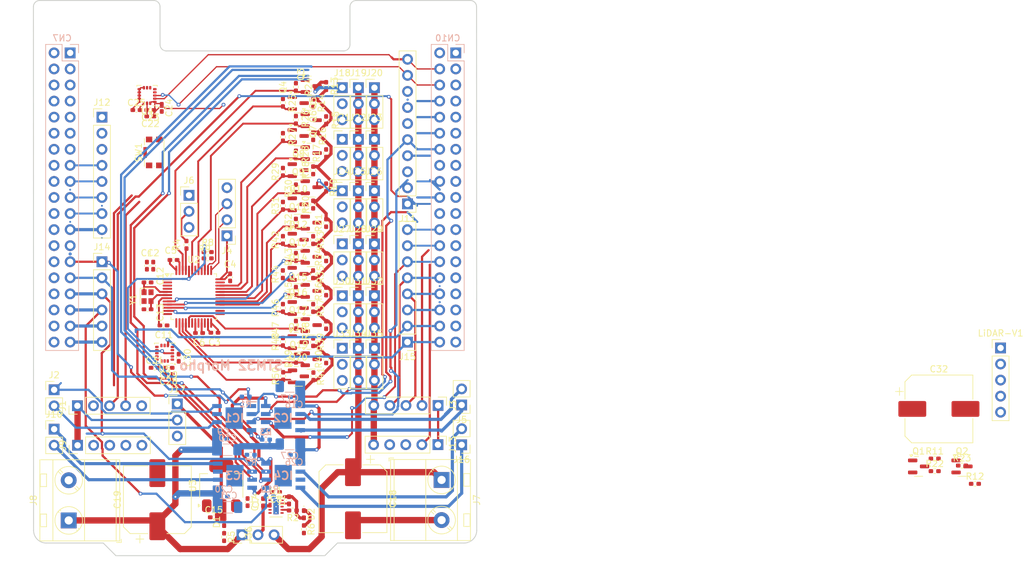
<source format=kicad_pcb>
(kicad_pcb (version 20240108) (generator "pcbnew") (generator_version "8.0")
  (layers (0 "F.Cu" signal) (31 "B.Cu" power) (34 "B.Paste" user) (35 "F.Paste" user) (36 "B.SilkS" user "B.Silkscreen") (37 "F.SilkS" user "F.Silkscreen") (38 "B.Mask" user) (39 "F.Mask" user) (44 "Edge.Cuts" user))
  (net 0 "")
  (net 1 "+3.3V")
  (net 2 "GND")
  (net 3 "/NRST")
  (net 4 "/HSE_IN")
  (net 5 "/HSE_OUT")
  (net 6 "+BATT")
  (net 7 "V_DCMTR")
  (net 8 "V_Servo")
  (net 9 "+5V")
  (net 10 "Net-(U4-REGOUT)")
  (net 11 "Net-(U5-REGOUT)")
  (net 12 "/Mtr4_EncoderZ")
  (net 13 "/PWM2{slash}1")
  (net 14 "/Mtr4_EncoderA")
  (net 15 "/PWM2{slash}2")
  (net 16 "/Mtr4_EncoderB")
  (net 17 "/Mtr2_EncoderB")
  (net 18 "/Mtr3_EncoderB")
  (net 19 "/Mtr1_EncoderA")
  (net 20 "/I2C1_SCL")
  (net 21 "/PWM1{slash}2_M3")
  (net 22 "/PWM3{slash}2_M4")
  (net 23 "/IMU2_INT")
  (net 24 "/Mtr1_EncoderZ")
  (net 25 "/IMU1_INT")
  (net 26 "/Mtr1_EncoderB")
  (net 27 "/PWM3{slash}1_M1")
  (net 28 "/PWM2{slash}1_M1")
  (net 29 "/I2C1_SDA")
  (net 30 "/Mtr3_EncoderA")
  (net 31 "/PWM3{slash}2_M2")
  (net 32 "/Mtr2_EncoderZ")
  (net 33 "/PWM1{slash}1_M3")
  (net 34 "/PWM2{slash}3_M4")
  (net 35 "/PWM4{slash}1_M2")
  (net 36 "/Mtr3_EncoderZ")
  (net 37 "/Mtr2_EncoderA")
  (net 38 "Net-(D1-K)")
  (net 39 "Net-(D2-K)")
  (net 40 "/V_M1A")
  (net 41 "/V_M1B")
  (net 42 "/V_M2B")
  (net 43 "/V_M2A")
  (net 44 "/V_M3B")
  (net 45 "/V_M3A")
  (net 46 "/V_M4A")
  (net 47 "/V_M4B")
  (net 48 "/SWDIO")
  (net 49 "/SWCLK")
  (net 50 "/V_encoder")
  (net 51 "/V_Servo1")
  (net 52 "/V_Servo2")
  (net 53 "/V_Servo3")
  (net 54 "/V_Servo5")
  (net 55 "/V_Servo4")
  (net 56 "/V_Servo6")
  (net 57 "/V_Servo7")
  (net 58 "/V_Servo8")
  (net 59 "/V_Servo9")
  (net 60 "/V_Servo10")
  (net 61 "/V_Servo11")
  (net 62 "/V_Servo12")
  (net 63 "/V_Servo15")
  (net 64 "/V_Servo13")
  (net 65 "/V_Servo14")
  (net 66 "/V_Servo17")
  (net 67 "/V_Servo16")
  (net 68 "/V_Servo18")
  (net 69 "/BOOT0")
  (net 70 "/I2C3_SDA")
  (net 71 "/I2C3_SCL")
  (net 72 "/PWM1{slash}1")
  (net 73 "/PWM3{slash}2")
  (net 74 "/PWM1{slash}2")
  (net 75 "/PWM3{slash}3")
  (net 76 "/PWM1{slash}3")
  (net 77 "/PWM3{slash}4")
  (net 78 "/PWM1{slash}4")
  (net 79 "/PWM4{slash}1")
  (net 80 "/PWM4{slash}2")
  (net 81 "/PWM4{slash}4")
  (net 82 "/PWM2{slash}3")
  (net 83 "/PWM15{slash}1")
  (net 84 "/PWM2{slash}4")
  (net 85 "/PWM15{slash}2")
  (net 86 "/PWM3{slash}1")
  (net 87 "/PWM16{slash}1")
  (net 96 "Net-(U1-SW)")
  (net 97 "Net-(U1-PG)")
  (net 113 "/IsenseM1")
  (net 114 "/IsenseM2")
  (net 116 "/IsenseM3")
  (net 117 "/IsenseM4")
  (net 135 "Net-(CN7-Pin_35)")
  (net 138 "Net-(CN7-Pin_23)")
  (net 141 "Net-(CN7-Pin_37)")
  (net 148 "Net-(CN10-Pin_26)")
  (net 151 "Net-(CN10-Pin_24)")
  (net 152 "Net-(CN10-Pin_34)")
  (net 154 "Net-(CN10-Pin_22)")
  (net 166 "Net-(CN10-Pin_8)")
  (footprint "Resistor_SMD:R_0402_1005Metric_Pad0.72x0.64mm_HandSolder" (layer "F.Cu") (at 50.6 114.8 180)
    (property "Reference" "R9")
    (property "Value" "2k2")
  )
  (footprint "Button_Switch_SMD:SW_Push_1P1T-SH_NO_CK_KMR2xxG" (layer "F.Cu") (at 42.15 98.05 90)
    (property "Reference" "SW1")
    (property "Value" "SW_Push")
  )
  (footprint "Resistor_SMD:R_0402_1005Metric_Pad0.72x0.64mm_HandSolder" (layer "F.Cu") (at 69.312502 103.585298 -90)
    (property "Reference" "R19")
    (property "Value" "10k")
  )
  (footprint "Resistor_SMD:R_0402_1005Metric_Pad0.72x0.64mm_HandSolder" (layer "F.Cu") (at 67.262502 95.467649 90)
    (property "Reference" "R16")
    (property "Value" "10k")
  )
  (footprint "Package_TO_SOT_SMD:SOT-23" (layer "F.Cu") (at 64.900002 90.25)
    (property "Reference" "Q4")
    (property "Value" "BSS138")
  )
  (footprint "Capacitor_SMD:C_0402_1005Metric_Pad0.74x0.62mm_HandSolder" (layer "F.Cu") (at 45.2 115.05)
    (property "Reference" "C5")
    (property "Value" "100n")
  )
  (footprint "Package_TO_SOT_SMD:SOT-23" (layer "F.Cu") (at 66.950002 119.94)
    (property "Reference" "Q15")
    (property "Value" "BSS138")
  )
  (footprint "Capacitor_SMD:C_0402_1005Metric_Pad0.74x0.62mm_HandSolder" (layer "F.Cu") (at 46.025 130.5 90)
    (property "Reference" "C30")
    (property "Value" "10n")
  )
  (footprint "Package_TO_SOT_SMD:SOT-223-3_TabPin2" (layer "F.Cu") (at 52.75 150.75 90)
    (property "Reference" "U3")
    (property "Value" "LD1117S12TR_SOT223")
  )
  (footprint "Resistor_SMD:R_0402_1005Metric_Pad0.72x0.64mm_HandSolder" (layer "F.Cu") (at 64.5375 130.667115 90)
    (property "Reference" "R49")
    (property "Value" "10k")
  )
  (footprint "Resistor_SMD:R_0402_1005Metric_Pad0.72x0.64mm_HandSolder" (layer "F.Cu") (at 53.2 158.85 -90)
    (property "Reference" "R5")
    (property "Value" "100")
  )
  (footprint "Resistor_SMD:R_0402_1005Metric_Pad0.72x0.64mm_HandSolder" (layer "F.Cu") (at 64.537502 87.700571 90)
    (property "Reference" "R24")
    (property "Value" "10k")
  )
  (footprint "Capacitor_SMD:CP_Elec_10x10.5" (layer "F.Cu") (at 42.65 152.95 90)
    (property "Reference" "C19")
    (property "Value" "680u")
  )
  (footprint "Capacitor_SMD:C_0402_1005Metric_Pad0.74x0.62mm_HandSolder" (layer "F.Cu") (at 39.345 91.35)
    (property "Reference" "C25")
    (property "Value" "100n")
  )
  (footprint "Resistor_SMD:R_0402_1005Metric_Pad0.72x0.64mm_HandSolder" (layer "F.Cu") (at 69.312502 125.332362 90)
    (property "Reference" "R38")
    (property "Value" "10k")
  )
  (footprint "Package_SON:WSON-10-1EP_2x3mm_P0.5mm_EP0.84x2.4mm_ThermalVias" (layer "F.Cu") (at 61.4 154.05)
    (property "Reference" "U1")
    (property "Value" "TPS62177DQC")
  )
  (footprint "Connector_PinHeader_2.54mm:PinHeader_1x08_P2.54mm_Vertical" (layer "F.Cu") (at 33.9 92.475)
    (property "Reference" "J12")
    (property "Value" "Conn_01x08")
  )
  (footprint "Resistor_SMD:R_0402_1005Metric_Pad0.72x0.64mm_HandSolder" (layer "F.Cu") (at 169.75 147.55)
    (property "Reference" "R23")
    (property "Value" "10k")
  )
  (footprint "Resistor_SMD:R_0402_1005Metric_Pad0.72x0.64mm_HandSolder" (layer "F.Cu") (at 67.262502 106.291181 90)
    (property "Reference" "R20")
    (property "Value" "10k")
  )
  (footprint "Package_TO_SOT_SMD:SOT-23" (layer "F.Cu") (at 64.9375 133.45)
    (property "Reference" "Q20")
    (property "Value" "BSS138")
  )
  (footprint "Connector_PinHeader_2.54mm:PinHeader_1x03_P2.54mm_Vertical" (layer "F.Cu") (at 71.859214 112.51)
    (property "Reference" "J27")
    (property "Value" "Conn_01x03")
  )
  (footprint "Resistor_SMD:R_0402_1005Metric_Pad0.72x0.64mm_HandSolder" (layer "F.Cu") (at 69.312502 98.173532 -90)
    (property "Reference" "R17")
    (property "Value" "10k")
  )
  (footprint "Crystal:Crystal_SMD_2016-4Pin_2.0x1.6mm" (layer "F.Cu") (at 41.1 120.85 -90)
    (property "Reference" "Y1")
    (property "Value" "Crystal_GND24")
  )
  (footprint "Package_LGA:LGA-16_3x3mm_P0.5mm_LayoutBorder3x5y" (layer "F.Cu") (at 41.025 89.05 180)
    (property "Reference" "U4")
    (property "Value" "ICM-20602")
  )
  (footprint "Connector_PinHeader_2.54mm:PinHeader_1x03_P2.54mm_Vertical" (layer "F.Cu") (at 74.4 129.01)
    (property "Reference" "J34")
    (property "Value" "Conn_01x03")
  )
  (footprint "Package_LGA:LGA-16_3x3mm_P0.5mm_LayoutBorder3x5y" (layer "F.Cu") (at 43.8 129.8 180)
    (property "Reference" "U5")
    (property "Value" "ICM-20602")
  )
  (footprint "Connector_PinHeader_2.54mm:PinHeader_1x03_P2.54mm_Vertical" (layer "F.Cu") (at 76.939214 112.52)
    (property "Reference" "J29")
    (property "Value" "Conn_01x03")
  )
  (footprint "Connector_PinHeader_2.54mm:PinHeader_1x04_P2.54mm_Vertical" (layer "F.Cu") (at 53.65 111.24 180)
    (property "Reference" "J4")
    (property "Value" "Conn_01x04_Pin")
  )
  (footprint "Capacitor_SMD:CP_Elec_10x10.5" (layer "F.Cu") (at 166.1 138.6)
    (property "Reference" "C32")
    (property "Value" "680u")
  )
  (footprint "Package_TO_SOT_SMD:SOT-23" (layer "F.Cu") (at 64.900002 95.45)
    (property "Reference" "Q6")
    (property "Value" "BSS138")
  )
  (footprint "Capacitor_SMD:C_0402_1005Metric_Pad0.74x0.62mm_HandSolder" (layer "F.Cu") (at 44.425 132.1 180)
    (property "Reference" "C29")
    (property "Value" "2.2u")
  )
  (footprint "Resistor_SMD:R_0402_1005Metric_Pad0.72x0.64mm_HandSolder" (layer "F.Cu") (at 165.4375 146.45)
    (property "Reference" "R11")
    (property "Value" "10k")
  )
  (footprint "Connector_PinHeader_2.54mm:PinHeader_1x02_P2.54mm_Vertical" (layer "F.Cu") (at 26.35 141.8)
    (property "Reference" "J10")
    (property "Value" "Screw_Terminal_01x02")
  )
  (footprint "Resistor_SMD:R_0402_1005Metric_Pad0.72x0.64mm_HandSolder" (layer "F.Cu") (at 69.312502 87.55 -90)
    (property "Reference" "R13")
    (property "Value" "10k")
  )
  (footprint "Resistor_SMD:R_0402_1005Metric_Pad0.72x0.64mm_HandSolder" (layer "F.Cu") (at 62.487502 90.182855 90)
    (property "Reference" "R25")
    (property "Value" "10k")
  )
  (footprint "Capacitor_SMD:C_0402_1005Metric_Pad0.74x0.62mm_HandSolder" (layer "F.Cu") (at 56.905 153.3325 -90)
    (property "Reference" "C14")
    (property "Value" "100n")
  )
  (footprint "Connector_PinHeader_2.54mm:PinHeader_1x05_P2.54mm_Vertical" (layer "F.Cu") (at 86.97 144.25 -90)
    (property "Reference" "J13")
    (property "Value" "Conn_01x05")
  )
  (footprint "Connector_PinHeader_2.54mm:PinHeader_1x03_P2.54mm_Vertical" (layer "F.Cu") (at 76.939214 95.969214)
    (property "Reference" "J23")
    (property "Value" "Conn_01x03")
  )
  (footprint "Connector_PinHeader_2.54mm:PinHeader_1x03_P2.54mm_Vertical" (layer "F.Cu") (at 76.939214 104.11)
    (property "Reference" "J26")
    (property "Value" "Conn_01x03")
  )
  (footprint "Package_QFP:LQFP-48_7x7mm_P0.5mm" (layer "F.Cu") (at 48.4 120.85)
    (property "Reference" "U2")
    (property "Value" "STM32G431C8Tx")
  )
  (footprint "Connector_PinHeader_2.54mm:PinHeader_1x02_P2.54mm_Vertical" (layer "F.Cu") (at 90.72 137.975 180)
    (property "Reference" "J5")
    (property "Value" "Screw_Terminal_01x02")
  )
  (footprint "Capacitor_SMD:C_0402_1005Metric_Pad0.74x0.62mm_HandSolder" (layer "F.Cu") (at 59.35 153.35 90)
    (property "Reference" "C7")
    (property "Value" "2.2u")
  )
  (footprint "Package_TO_SOT_SMD:SOT-23" (layer "F.Cu") (at 162.9 147.69)
    (property "Reference" "Q1")
    (property "Value" "BSS138")
  )
  (footprint "Capacitor_SMD:C_0402_1005Metric_Pad0.74x0.62mm_HandSolder" (layer "F.Cu") (at 54.15 117.8 -90)
    (property "Reference" "C4")
    (property "Value" "100n")
  )
  (footprint "Connector_PinHeader_2.54mm:PinHeader_1x03_P2.54mm_Vertical" (layer "F.Cu") (at 71.859214 120.72)
    (property "Reference" "J30")
    (property "Value" "Conn_01x03")
  )
  (footprint "Package_TO_SOT_SMD:SOT-23" (layer "F.Cu") (at 66.950002 92.95)
    (property "Reference" "Q5")
    (property "Value" "BSS138")
  )
  (footprint "Capacitor_SMD:C_0402_1005Metric_Pad0.74x0.62mm_HandSolder" (layer "F.Cu") (at 41.1 118.6)
    (property "Reference" "C12")
    (property "Value" "10p")
  )
  (footprint "Resistor_SMD:R_0402_1005Metric_Pad0.72x0.64mm_HandSolder" (layer "F.Cu") (at 47.25 112.65 90)
    (property "Reference" "R4")
    (property "Value" "10k")
  )
  (footprint "Resistor_SMD:R_0402_1005Metric_Pad0.72x0.64mm_HandSolder" (layer "F.Cu") (at 64.05 154.65 180)
    (property "Reference" "R2")
    (property "Value" "100k")
  )
  (footprint "Package_TO_SOT_SMD:SOT-23" (layer "F.Cu") (at 64.900002 100.85)
    (property "Reference" "Q8")
    (property "Value" "BSS138")
  )
  (footprint "Package_TO_SOT_SMD:SOT-23" (layer "F.Cu") (at 66.950002 109.15)
    (property "Reference" "Q11")
    (property "Value" "BSS138")
  )
  (footprint "Capacitor_SMD:C_0402_1005Metric_Pad0.74x0.62mm_HandSolder" (layer "F.Cu") (at 42 115.95 90)
    (property "Reference" "C2")
    (property "Value" "100n")
  )
  (footprint "Resistor_SMD:R_0402_1005Metric_Pad0.72x0.64mm_HandSolder" (layer "F.Cu") (at 67.262502 122.636479 -90)
    (property "Reference" "R37")
    (property "Value" "10k")
  )
  (footprint "Connector_PinHeader_2.54mm:PinHeader_1x06_P2.54mm_Vertical" (layer "F.Cu") (at 33.9 115.33)
    (property "Reference" "J14")
    (property "Value" "Conn_01x06")
  )
  (footprint "Resistor_SMD:R_0402_1005Metric_Pad0.72x0.64mm_HandSolder" (layer "F.Cu") (at 62.487502 122.627763 90)
    (property "Reference" "R46")
    (property "Value" "10k")
  )
  (footprint "Package_TO_SOT_SMD:SOT-23" (layer "F.Cu") (at 66.95 130.75)
    (property "Reference" "Q19")
    (property "Value" "BSS138")
  )
  (footprint "Resistor_SMD:R_0402_1005Metric_Pad0.72x0.64mm_HandSolder" (layer "F.Cu") (at 62.525 133.399414 90)
    (property "Reference" "R50")
    (property "Value" "10k")
  )
  (footprint "Resistor_SMD:R_0402_1005Metric_Pad0.72x0.64mm_HandSolder" (layer "F.Cu") (at 67.262502 111.902947 -90)
    (property "Reference" "R33")
    (property "Value" "10k")
  )
  (footprint "Package_TO_SOT_SMD:SOT-23" (layer "F.Cu") (at 66.950002 103.55)
    (property "Reference" "Q9")
    (property "Value" "BSS138")
  )
  (footprint "Capacitor_SMD:C_0402_1005Metric_Pad0.74x0.62mm_HandSolder" (layer "F.Cu") (at 43.345 91 -90)
    (property "Reference" "C24")
    (property "Value" "10n")
  )
  (footprint "Resistor_SMD:R_0402_1005Metric_Pad0.72x0.64mm_HandSolder" (layer "F.Cu") (at 69.312502 109.197064 90)
    (property "Reference" "R21")
    (property "Value" "10k")
  )
  (footprint "Resistor_SMD:R_0402_1005Metric_Pad0.72x0.64mm_HandSolder" (layer "F.Cu") (at 69.312502 92.961766 -90)
    (property "Reference" "R15")
    (property "Value" "10k")
  )
  (footprint "Package_TO_SOT_SMD:SOT-23" (layer "F.Cu") (at 64.900002 122.65)
    (property "Reference" "Q16")
    (property "Value" "BSS138")
  )
  (footprint "Resistor_SMD:R_0402_1005Metric_Pad0.72x0.64mm_HandSolder" (layer "F.Cu") (at 64.537502 125.302547 90)
    (property "Reference" "R47")
    (property "Value" "10k")
  )
  (footprint "Connector_PinHeader_2.54mm:PinHeader_1x08_P2.54mm_Vertical" (layer "F.Cu") (at 82.15 128.035 180)
    (property "Reference" "J15")
    (property "Value" "Conn_01x08")
  )
  (footprint "Capacitor_SMD:C_0402_1005Metric_Pad0.74x0.62mm_HandSolder" (layer "F.Cu") (at 61.4 151.75 180)
    (property "Reference" "C8")
    (property "Value" "22u")
  )
  (footprint "Capacitor_SMD:C_0402_1005Metric_Pad0.74x0.62mm_HandSolder" (layer "F.Cu") (at 41.545 92.35 180)
    (property "Reference" "C22")
    (property "Value" "100n")
  )
  (footprint "Resistor_SMD:R_0402_1005Metric_Pad0.72x0.64mm_HandSolder" (layer "F.Cu") (at 64.537502 109.156343 90)
    (property "Reference" "R32")
    (property "Value" "10k")
  )
  (footprint "Resistor_SMD:R_0402_1005Metric_Pad0.72x0.64mm_HandSolder" (layer "F.Cu") (at 62.487502 95.607423 90)
    (property "Reference" "R27")
    (property "Value" "10k")
  )
  (footprint "Package_TO_SOT_SMD:SOT-23" (layer "F.Cu") (at 66.950002 98.15)
    (property "Reference" "Q7")
    (property "Value" "BSS138")
  )
  (footprint "Capacitor_SMD:C_0402_1005Metric_Pad0.74x0.62mm_HandSolder" (layer "F.Cu") (at 44.425 133.1 180)
    (property "Reference" "C28")
    (property "Value" "100n")
  )
  (footprint "Package_TO_SOT_SMD:SOT-23" (layer "F.Cu") (at 64.9 128.05)
    (property "Reference" "Q18")
    (property "Value" "BSS138")
  )
  (footprint "Resistor_SMD:R_0402_1005Metric_Pad0.72x0.64mm_HandSolder" (layer "F.Cu") (at 64.537502 103.744275 90)
    (property "Reference" "R30")
    (property "Value" "10k")
  )
  (footprint "Resistor_SMD:R_0402_1005Metric_Pad0.72x0.64mm_HandSolder" (layer "F.Cu") (at 69.312502 120.020596 90)
    (property "Reference" "R36")
    (property "Value" "10k")
  )
  (footprint "LED_SMD:LED_0402_1005Metric_Pad0.77x0.64mm_HandSolder" (layer "F.Cu") (at 53.2 156.4775 90)
    (property "Reference" "D1")
    (property "Value" "Yellow LED")
  )
  (footprint "Capacitor_SMD:C_0402_1005Metric_Pad0.74x0.62mm_HandSolder" (layer "F.Cu") (at 41 115.95 90)
    (property "Reference" "C1")
    (property "Value" "10u")
  )
  (footprint "Resistor_SMD:R_0402_1005Metric_Pad0.72x0.64mm_HandSolder" (layer "F.Cu") (at 67.262502 100.879415 90)
    (property "Reference" "R18")
    (property "Value" "10k")
  )
  (footprint "Resistor_SMD:R_0402_1005Metric_Pad0.72x0.64mm_HandSolder" (layer "F.Cu") (at 62.475 117.303195 90)
    (property "Reference" "R44")
    (property "Value" "10k")
  )
  (footprint "Resistor_SMD:R_0402_1005Metric_Pad0.72x0.64mm_HandSolder" (layer "F.Cu") (at 64.537502 119.937979 90)
    (property "Reference" "R45")
    (property "Value" "10k")
  )
  (footprint "Capacitor_SMD:C_0402_1005Metric_Pad0.74x0.62mm_HandSolder" (layer "F.Cu") (at 43.6175 125.4 180)
    (property "Reference" "C11")
    (property "Value" "100n")
  )
  (footprint "Resistor_SMD:R_0402_1005Metric_Pad0.72x0.64mm_HandSolder" (layer "F.Cu") (at 62.4875 127.984831 90)
    (property "Reference" "R48")
    (property "Value" "10k")
  )
  (footprint "TerminalBlock_MetzConnect:TerminalBlock_MetzConnect_Type701_RT11L02HGLU_1x02_P6.35mm_Horizontal" (layer "F.Cu") (at 87.55 149.825 -90)
    (property "Reference" "J7")
    (property "Value" "Screw_Terminal_01x02")
  )
  (footprint "Resistor_SMD:R_0402_1005Metric_Pad0.72x0.64mm_HandSolder" (layer "F.Cu") (at 165.4375 148.44)
    (property "Reference" "R22")
    (property "Value" "10k")
  )
  (footprint "Connector_PinHeader_2.54mm:PinHeader_1x05_P2.54mm_Vertical" (layer "F.Cu") (at 30.02 138.1 90)
    (property "Reference" "J1")
    (property "Value" "Conn_01x05")
  )
  (footprint "Connector_PinHeader_2.54mm:PinHeader_1x03_P2.54mm_Vertical" (layer "F.Cu") (at 45.8 137.81)
    (property "Reference" "J17")
    (property "Value" "Conn_01x03")
  )
  (footprint "Capacitor_SMD:C_0402_1005Metric_Pad0.74x0.62mm_HandSolder" (layer "F.Cu") (at 49.2375 126.6 180)
    (property "Reference" "C6")
    (property "Value" "100n")
  )
  (footprint "Connector_PinHeader_2.54mm:PinHeader_1x03_P2.54mm_Vertical" (layer "F.Cu") (at 74.399214 120.71)
    (property "Reference" "J31")
    (property "Value" "Conn_01x03")
  )
  (footprint "Connector_PinHeader_2.54mm:PinHeader_1x03_P2.54mm_Vertical" (layer "F.Cu") (at 76.94 129.01)
    (property "Reference" "J35")
    (property "Value" "Conn_01x03")
  )
  (footprint "Package_TO_SOT_SMD:SOT-23" (layer "F.Cu") (at 169.75 147.69)
    (property "Reference" "Q2")
    (property "Value" "BSS138")
  )
  (footprint "Connector_PinHeader_2.54mm:PinHeader_1x03_P2.54mm_Vertical" (layer "F.Cu") (at 74.399214 87.81)
    (property "Reference" "J19")
    (property "Value" "Conn_01x03")
  )
  (footprint "Resistor_SMD:R_0402_1005Metric_Pad0.72x0.64mm_HandSolder" (layer "F.Cu") (at 69.312502 114.60883 90)
    (property "Reference" "R34")
    (property "Value" "10k")
  )
  (footprint "Connector_PinHeader_2.54mm:PinHeader_1x03_P2.54mm_Vertical" (layer "F.Cu") (at 74.399214 104.11)
    (property "Reference" "J25")
    (property "Value" "Conn_01x03")
  )
  (footprint "Connector_PinHeader_2.54mm:PinHeader_1x03_P2.54mm_Vertical" (layer "F.Cu") (at 74.399214 112.51)
    (property "Reference" "J28")
    (property "Value" "Conn_01x03")
  )
  (footprint "Package_TO_SOT_SMD:SOT-23" (layer "F.Cu") (at 66.950002 87.55)
    (property "Reference" "Q3")
    (property "Value" "BSS138")
  )
  (footprint "Connector_PinHeader_2.54mm:PinHeader_1x03_P2.54mm_Vertical" (layer "F.Cu") (at 71.859214 104.11)
    (property "Reference" "J24")
    (property "Value" "Conn_01x03")
  )
  (footprint "Connector_PinHeader_2.54mm:PinHeader_1x03_P2.54mm_Vertical" (layer "F.Cu") (at 74.399214 95.969214)
    (property "Reference" "J22")
    (property "Value" "Conn_01x03")
  )
  (footprint "Resistor_SMD:R_0402_1005Metric_Pad0.72x0.64mm_HandSolder" (layer "F.Cu") (at 69.3125 130.744128 90)
    (property "Reference" "R40")
    (property "Value" "10k")
  )
  (footprint "Resistor_SMD:R_0402_1005Metric_Pad0.72x0.64mm_HandSolder" (layer "F.Cu") (at 67.262502 90.255883 90)
    (property "Reference" "R14")
    (property "Value" "10k")
  )
  (footprint "Inductor_SMD:L_0402_1005Metric_Pad0.77x0.64mm_HandSolder" (layer "F.Cu") (at 63.45 153.05 90)
    (property "Reference" "L1")
    (property "Value" "10u")
  )
  (footprint "Connector_PinHeader_2.54mm:PinHeader_1x03_P2.54mm_Vertical" (layer "F.Cu") (at 71.859214 95.969214)
    (property "Reference" "J21")
    (property "Value" "Conn_01x03")
  )
  (footprint "Package_TO_SOT_SMD:SOT-23" (layer "F.Cu") (at 66.950002 125.35)
    (property "Reference" "Q17")
    (property "Value" "BSS138")
  )
  (footprint "Package_TO_SOT_SMD:SOT-23" (layer "F.Cu") (at 64.900002 111.85)
    (property "Reference" "Q12")
    (property "Value" "BSS138")
  )
  (footprint "Connector_PinHeader_2.54mm:PinHeader_1x03_P2.54mm_Vertical" (layer "F.Cu") (at 76.939214 87.81)
    (property "Reference" "J20")
    (property "Value" "Conn_01x03")
  )
  (footprint "Resistor_SMD:R_0402_1005Metric_Pad0.72x0.64mm_HandSolder" (layer "F.Cu") (at 64.537502 92.9 90)
    (property "Reference" "R26")
    (property "Value" "10k")
  )
  (footprint "Resistor_SMD:R_0402_1005Metric_Pad0.72x0.64mm_HandSolder" (layer "F.Cu") (at 64.537502 98.392207 90)
    (property "Reference" "R28")
    (property "Value" "10k")
  )
  (footprint "Package_TO_SOT_SMD:SOT-23" (layer "F.Cu") (at 66.950002 114.55)
    (property "Reference" "Q13")
    (property "Value" "BSS138")
  )
  (footprint "Capacitor_SMD:C_0402_1005Metric_Pad0.74x0.62mm_HandSolder" (layer "F.Cu") (at 42.225 132.1)
    (property "Reference" "C31")
    (property "Value" "100n")
  )
  (footprint "Connector_PinHeader_2.54mm:PinHeader_1x03_P2.54mm_Vertical" (layer "F.Cu") (at 56.01 158.5 90)
    (property "Reference" "J36")
    (property "Value" "Conn_01x03")
  )
  (footprint "Capacitor_SMD:C_0402_1005Metric_Pad0.74x0.62mm_HandSolder" (layer "F.Cu") (at 51.5725 155.7325)
    (property "Reference" "C15")
    (property "Value" "22u")
  )
  (footprint "Capacitor_SMD:C_0402_1005Metric_Pad0.74x0.62mm_HandSolder" (layer "F.Cu") (at 51.67 126.55 180)
    (property "Reference" "C3")
    (property "Value" "100n")
  )
  (footprint "Resistor_SMD:R_0402_1005Metric_Pad0.72x0.64mm_HandSolder" (layer "F.Cu") (at 67.3 133.45 -90)
    (property "Reference" "R41")
    (property "Value" "10k")
  )
  (footprint "Connector_PinHeader_2.54mm:PinHeader_1x03_P2.54mm_Vertical" (layer "F.Cu") (at 76.939214 120.71)
    (property "Reference" "J32")
    (property "Value" "Conn_01x03")
  )
  (footprint "Resistor_SMD:R_0402_1005Metric_Pad0.72x0.64mm_HandSolder" (layer "F.Cu") (at 62.487502 106.474059 90)
    (property "Reference" "R31")
    (property "Value" "10k")
  )
  (footprint "Resistor_SMD:R_0402_1005Metric_Pad0.72x0.64mm_HandSolder" (layer "F.Cu") (at 64.537502 114.570911 90)
    (property "Reference" "R43")
    (property "Value" "10k")
  )
  (footprint "Package_TO_SOT_SMD:SOT-23" (layer "F.Cu") (at 64.8875 117.25)
    (property "Reference" "Q14")
    (property "Value" "BSS138")
  )
  (footprint "Capacitor_SMD:C_0402_1005Metric_Pad0.74x0.62mm_HandSolder" (layer "F.Cu") (at 41.545 91.35 180)
    (property "Reference" "C23")
    (property "Value" "2.2u")
  )
  (footprint "Connector_PinHeader_2.54mm:PinHeader_1x10_P2.54mm_Vertical" (layer "F.Cu") (at 82.175 106.185 180)
    (property "Reference" "J11")
    (property "Value" "Conn_01x10")
  )
  (footprint "Connector_PinHeader_2.54mm:PinHeader_1x03_P2.54mm_Vertical" (layer "F.Cu") (at 47.65 104.82)
    (property "Reference" "J6")
    (property "Value" "Conn_01x03")
  )
  (footprint "Resistor_SMD:R_0402_1005Metric_Pad0.72x0.64mm_HandSolder" (layer "F.Cu") (at 65.8 157.6225 -90)
    (property "Reference" "R6")
    (property "Value" "100")
  )
  (footprint "Resistor_SMD:R_0402_1005Metric_Pad0.72x0.64mm_HandSolder" (layer "F.Cu") (at 62.487502 111.891127 90)
    (property "Reference" "R42")
    (property "Value" "10k")
  )
  (footprint "LED_SMD:LED_0402_1005Metric_Pad0.77x0.64mm_HandSolder" (layer "F.Cu") (at 65.8 155.25 -90)
    (property "Reference" "D2")
    (property "Value" "Red LED")
  )
  (footprint "Resistor_SMD:R_0402_1005Metric_Pad0.72x0.64mm_HandSolder" (layer "F.Cu") (at 67.2625 128.038245 -90)
    (property "Reference" "R39")
    (property "Value" "10k")
  )
  (footprint "Connector_PinHeader_2.54mm:PinHeader_1x02_P2.54mm_Vertical" (layer "F.Cu") (at 90.72 144.275 180)
    (property "Reference" "J16")
    (property "Value" "Screw_Terminal_01x02")
  )
  (footprint "Connector_PinHeader_2.54mm:PinHeader_1x02_P2.54mm_Vertical" (layer "F.Cu") (at 26.35 135.575)
    (property "Reference" "J2")
    (property "Value" "Screw_Terminal_01x02")
  )
  (footprint "Resistor_SMD:R_0402_1005Metric_Pad0.72x0.64mm_HandSolder" (layer "F.Cu") (at 67.25 117.314713 -90)
    (property "Reference" "R35")
    (property "Value" "10k")
  )
  (footprint "Connector_PinHeader_2.54mm:PinHeader_1x05_P2.54mm_Vertical" (layer "F.Cu") (at 30.05 144.35 90)
    (property "Reference" "J9")
    (property "Value" "Conn_01x05")
  )
  (footprint "Connector_PinHeader_2.54mm:PinHeader_1x05_P2.54mm_Vertical" (layer "F.Cu") (at 175.845 128.96)
    (property "Reference" "LiDAR-V1")
    (property "Value" "~")
  )
  (footprint "Capacitor_SMD:CP_Elec_10x10.5" (layer "F.Cu") (at 73.55 152.8 -90)
    (property "Reference" "C18")
    (property "Value" "680u")
  )
  (footprint "Connector_PinHeader_2.54mm:PinHeader_1x03_P2.54mm_Vertical" (layer "F.Cu") (at 71.859214 87.81)
    (property "Reference" "J18")
    (property "Value" "Conn_01x03")
  )
  (footprint "TerminalBlock_MetzConnect:TerminalBlock_MetzConnect_Type701_RT11L02HGLU_1x02_P6.35mm_Horizontal" (layer "F.Cu") (at 28.65 156.225 90)
    (property "Reference" "J8")
    (property "Value" "Screw_Terminal_01x02")
  )
  (footprint "Resistor_SMD:R_0402_1005Metric_Pad0.72x0.64mm_HandSolder" (layer "F.Cu") (at 62.487502 101.111991 90)
    (property "Reference" "R29")
    (property "Value" "10k")
  )
  (footprint "Connector_PinHeader_2.54mm:PinHeader_1x05_P2.54mm_Vertical" (layer "F.Cu") (at 87 138.05 -90)
    (property "Reference" "J3")
    (property "Value" "Conn_01x05")
  )
  (footprint "Resistor_SMD:R_0402_1005Metric_Pad0.72x0.64mm_HandSolder" (layer "F.Cu") (at 50.6 113.8 180)
    (property "Reference" "R8")
    (property "Value" "2k2")
  )
  (footprint "Resistor_SMD:R_0402_1005Metric_Pad0.72x0.64mm_HandSolder" (layer "F.Cu") (at 171.79 150.44)
    (property "Reference" "R12")
    (property "Value" "10k")
  )
  (footprint "Capacitor_SMD:C_0402_1005Metric_Pad0.74x0.62mm_HandSolder" (layer "F.Cu") (at 41.1 122.85 180)
    (property "Reference" "C13")
    (property "Value" "10p")
  )
  (footprint "Package_TO_SOT_SMD:SOT-23" (layer "F.Cu") (at 64.900002 106.25)
    (property "Reference" "Q10")
    (property "Value" "BSS138")
  )
  (footprint "Connector_PinHeader_2.54mm:PinHeader_1x03_P2.54mm_Vertical" (layer "F.Cu") (at 71.86 129.01)
    (property "Reference" "J33")
    (property "Value" "Conn_01x03")
  )
  (footprint "DAWG_PCBFootprints:SOIC127P600X170-9N" (layer "B.Cu") (at 54.912 149.155 180)
    (property "Reference" "IC3")
    (property "Value" "DRV8251ADDAR" (hide yes))
  )
  (footprint "Resistor_SMD:R_0402_1005Metric_Pad0.72x0.64mm_HandSolder" (layer "B.Cu") (at 57.4 145.85)
    (property "Reference" "R7")
    (property "Value" "1k5")
  )
  (footprint "Resistor_SMD:R_0402_1005Metric_Pad0.72x0.64mm_HandSolder" (layer "B.Cu") (at 56.6 136.65)
    (property "Reference" "R1")
    (property "Value" "1k5")
  )
  (footprint "Resistor_SMD:R_0402_1005Metric_Pad0.72x0.64mm_HandSolder" (layer "B.Cu") (at 60.4 152.45 180)
    (property "Reference" "R10")
    (property "Value" "1k5")
  )
  (footprint "Capacitor_SMD:C_0402_1005Metric_Pad0.74x0.62mm_HandSolder" (layer "B.Cu") (at 53.05 143.35 180)
    (property "Reference" "C9")
    (property "Value" "100n")
  )
  (footprint "Capacitor_SMD:C_0402_1005Metric_Pad0.74x0.62mm_HandSolder" (layer "B.Cu") (at 53.15 152.45 180)
    (property "Reference" "C20")
    (property "Value" "100n")
  )
  (footprint "DAWG_PCBFootprints:SOIC127P600X170-9N" (layer "B.Cu") (at 62.5375 149.15)
    (property "Reference" "IC4")
    (property "Value" "DRV8251ADDAR" (hide yes))
  )
  (footprint "Connector_PinHeader_2.54mm:PinHeader_2x19_P2.54mm_Vertical" (layer "B.Cu") (at 28.879214 82.309214 180)
    (property "Reference" "CN7")
    (property "Value" "Conn_02x19_Odd_Even")
  )
  (footprint "Capacitor_SMD:C_1206_3216Metric_Pad1.33x1.80mm_HandSolder" (layer "B.Cu") (at 63.55 144.15)
    (property "Reference" "C27")
    (property "Value" "47u")
  )
  (footprint "Capacitor_SMD:C_1206_3216Metric_Pad1.33x1.80mm_HandSolder" (layer "B.Cu") (at 53.75 145.05 180)
    (property "Reference" "C10")
    (property "Value" "47u")
  )
  (footprint "Capacitor_SMD:C_0402_1005Metric_Pad0.74x0.62mm_HandSolder" (layer "B.Cu") (at 64.25 136.75)
    (property "Reference" "C16")
    (property "Value" "100n")
  )
  (footprint "Capacitor_SMD:C_1206_3216Metric_Pad1.33x1.80mm_HandSolder" (layer "B.Cu") (at 63.55 135.05)
    (property "Reference" "C17")
    (property "Value" "47u")
  )
  (footprint "DAWG_PCBFootprints:SOIC127P600X170-9N" (layer "B.Cu") (at 62.488 140.045)
    (property "Reference" "IC2")
    (property "Value" "DRV8251ADDAR" (hide yes))
  )
  (footprint "Resistor_SMD:R_0402_1005Metric_Pad0.72x0.64mm_HandSolder" (layer "B.Cu") (at 59.8 143.45 180)
    (property "Reference" "R3")
    (property "Value" "1k5")
  )
  (footprint "Capacitor_SMD:C_0402_1005Metric_Pad0.74x0.62mm_HandSolder" (layer "B.Cu") (at 64.25 145.85)
    (property "Reference" "C26")
    (property "Value" "100n")
  )
  (footprint "Connector_PinHeader_2.54mm:PinHeader_2x19_P2.54mm_Vertical" (layer "B.Cu") (at 89.789214 82.309214 180)
    (property "Reference" "CN10")
    (property "Value" "Conn_02x19_Odd_Even")
  )
  (footprint "DAWG_PCBFootprints:SOIC127P600X170-9N" (layer "B.Cu") (at 54.788 140.055 180)
    (property "Reference" "IC1")
    (property "Value" "DRV8251ADDAR" (hide yes))
  )
  (footprint "Capacitor_SMD:C_1206_3216Metric_Pad1.33x1.80mm_HandSolder" (layer "B.Cu") (at 53.85 154.15 180)
    (property "Reference" "C21")
    (property "Value" "47u")
  )
  (gr_arc (start 92.075 74.025) (mid 92.782121 74.317887) (end 93.075 75.025) (stroke (width 0.15)) (layer "Edge.Cuts"))
  (gr_line (start 73.075 75) (end 73.075 81) (stroke (width 0.15)) (layer "Edge.Cuts"))
  (gr_arc (start 73.075 75.025) (mid 73.367897 74.317897) (end 74.075 74.025) (stroke (width 0.15)) (layer "Edge.Cuts"))
  (gr_line (start 24.075 74.025) (end 42.075 74.025) (stroke (width 0.15)) (layer "Edge.Cuts"))
  (gr_line (start 36.1 161.8) (end 69.1 161.8) (stroke (width 0.15)) (layer "Edge.Cuts"))
  (gr_line (start 71.1 159.8) (end 91.1 159.8) (stroke (width 0.15)) (layer "Edge.Cuts"))
  (gr_line (start 34.1 159.8) (end 36.1 161.8) (stroke (width 0.15)) (layer "Edge.Cuts"))
  (gr_arc (start 93.1 157.8) (mid 92.514209 159.214205) (end 91.1 159.8) (stroke (width 0.15)) (layer "Edge.Cuts"))
  (gr_line (start 69.1 161.8) (end 71.1 159.8) (stroke (width 0.15)) (layer "Edge.Cuts"))
  (gr_line (start 93.1 157.8) (end 93.075 75.025) (stroke (width 0.15)) (layer "Edge.Cuts"))
  (gr_line (start 92.075 74.025) (end 74.075 74.025) (stroke (width 0.15)) (layer "Edge.Cuts"))
  (gr_line (start 25.1 159.8) (end 34.1 159.8) (stroke (width 0.15)) (layer "Edge.Cuts"))
  (gr_arc (start 73.075 81) (mid 72.782107 81.707107) (end 72.075 82) (stroke (width 0.15)) (layer "Edge.Cuts"))
  (gr_arc (start 42.075 74.025) (mid 42.782121 74.317887) (end 43.075 75.025) (stroke (width 0.15)) (layer "Edge.Cuts"))
  (gr_line (start 43.075 75) (end 43.075 81) (stroke (width 0.15)) (layer "Edge.Cuts"))
  (gr_line (start 72.075 82) (end 44.075 82) (stroke (width 0.15)) (layer "Edge.Cuts"))
  (gr_arc (start 25.1 159.8) (mid 23.685781 159.214214) (end 23.1 157.8) (stroke (width 0.15)) (layer "Edge.Cuts"))
  (gr_arc (start 44.075 82) (mid 43.367893 81.707107) (end 43.075 81) (stroke (width 0.15)) (layer "Edge.Cuts"))
  (gr_line (start 23.1 157.8) (end 23.075 75.025) (stroke (width 0.15)) (layer "Edge.Cuts"))
  (gr_arc (start 23.075 75.025) (mid 23.367897 74.317897) (end 24.075 74.025) (stroke (width 0.15)) (layer "Edge.Cuts"))
  (gr_text "STM32 Morpho" (at 54.325 131.725 0) (layer "B.SilkS") (effects (font (size 1.5 1.5) (thickness 0.3)) (justify mirror)))
  (segment (start 44.6325 115.67) (end 45.65 116.6875) (width 0.3) (layer "F.Cu") (net 1))
  (segment (start 43.692762 90.9) (end 43.892762 91.1) (width 0.2) (layer "F.Cu") (net 1))
  (segment (start 62.695 152.4775) (end 63.45 152.4775) (width 0.5) (layer "F.Cu") (net 1))
  (segment (start 53.65 117.0125) (end 53.65 111.24) (width 0.3) (layer "F.Cu") (net 1))
  (segment (start 58.55 151.95) (end 58 151.95) (width 0.5) (layer "F.Cu") (net 1))
  (segment (start 42.25 92.2125) (end 42.1125 92.35) (width 0.2) (layer "F.Cu") (net 1))
  (segment (start 60.5 146.5) (end 60.5755 146.5755) (width 0.5) (layer "F.Cu") (net 1))
  (segment (start 49.65 125.0125) (end 49.65 126.445) (width 0.3) (layer "F.Cu") (net 1))
  (segment (start 42.5175 90.3175) (end 42.25 90.05) (width 0.2) (layer "F.Cu") (net 1))
  (segment (start 51.15 125.0125) (end 52.2375 126.1) (width 0.3) (layer "F.Cu") (net 1))
  (segment (start 64.6475 155.308158) (end 64.6475 154.65) (width 0.5) (layer "F.Cu") (net 1))
  (segment (start 42.25 90.05) (end 41.75 90.05) (width 0.2) (layer "F.Cu") (net 1))
  (segment (start 60.5755 146.5755) (end 60.5755 149.9245) (width 0.5) (layer "F.Cu") (net 1))
  (segment (start 42.25 90.05) (end 42.25 92.2125) (width 0.2) (layer "F.Cu") (net 1))
  (segment (start 58.693123 144.193123) (end 57.5 143) (width 0.5) (layer "F.Cu") (net 1))
  (segment (start 42.1125 91.784738) (end 42.997238 90.9) (width 0.2) (layer "F.Cu") (net 1))
  (segment (start 62.525 132.801914) (end 63.698086 132.801914) (width 0.3) (layer "F.Cu") (net 1))
  (segment (start 49.65 126.445) (end 49.805 126.6) (width 0.3) (layer "F.Cu") (net 1))
  (segment (start 64.6475 154.65) (end 64.6475 153.216842) (width 0.5) (layer "F.Cu") (net 1))
  (segment (start 42.997238 90.9) (end 43.692762 90.9) (width 0.2) (layer "F.Cu") (net 1))
  (segment (start 54.5 139.75) (end 54.5 138) (width 0.5) (layer "F.Cu") (net 1))
  (segment (start 42.1125 92.35) (end 42.1125 91.784738) (width 0.2) (layer "F.Cu") (net 1))
  (segment (start 65.7725 155.85) (end 65.189342 155.85) (width 0.5) (layer "F.Cu") (net 1))
  (segment (start 55.6 136.9) (end 59.75 136.9) (width 0.5) (layer "F.Cu") (net 1))
  (segment (start 57.5 143) (end 57.5 142.75) (width 0.5) (layer "F.Cu") (net 1))
  (segment (start 64.6475 153.216842) (end 63.908158 152.4775) (width 0.5) (layer "F.Cu") (net 1))
  (segment (start 63.908158 152.4775) (end 63.45 152.4775) (width 0.5) (layer "F.Cu") (net 1))
  (segment (start 65.742885 130.069615) (end 66.0125 129.8) (width 0.3) (layer "F.Cu") (net 1))
  (segment (start 63.698086 132.801914) (end 64 132.5) (width 0.3) (layer "F.Cu") (net 1))
  (segment (start 52.5625 118.1) (end 53.65 117.0125) (width 0.3) (layer "F.Cu") (net 1))
  (segment (start 41.75 90.05) (end 41.525 90.275) (width 0.2) (layer "F.Cu") (net 1))
  (segment (start 53.2825 118.1) (end 54.15 117.2325) (width 0.3) (layer "F.Cu") (net 1))
  (segment (start 44.6325 115.05) (end 44.6325 115.67) (width 0.3) (layer "F.Cu") (net 1))
  (segment (start 43.892762 91.1) (end 52.5 91.1) (width 0.2) (layer "F.Cu") (net 1))
  (segment (start 60.5755 149.9245) (end 58.55 151.95) (width 0.5) (layer "F.Cu") (net 1))
  (segment (start 54.5 138) (end 55.6 136.9) (width 0.5) (layer "F.Cu") (net 1))
  (segment (start 64.5375 130.069615) (end 65.742885 130.069615) (width 0.3) (layer "F.Cu") (net 1))
  (segment (start 58.693123 146.530052) (end 58.693123 144.193123) (width 0.5) (layer "F.Cu") (net 1))
  (segment (start 43.345 90.3175) (end 42.5175 90.3175) (width 0.2) (layer "F.Cu") (net 1))
  (segment (start 57.5 142.75) (end 54.5 139.75) (width 0.5) (layer "F.Cu") (net 1))
  (segment (start 58.693123 146.530052) (end 58.6 146.623175) (width 0.5) (layer "F.Cu") (net 1))
  (segment (start 52.2375 126.1) (end 52.2375 126.55) (width 0.3) (layer "F.Cu") (net 1))
  (segment (start 52.5 91.1) (end 53.1 90.5) (width 0.2) (layer "F.Cu") (net 1))
  (segment (start 65.8 155.8225) (end 65.7725 155.85) (width 0.5) (layer "F.Cu") (net 1))
  (segment (start 65.189342 155.85) (end 64.6475 155.308158) (width 0.5) (layer "F.Cu") (net 1))
  (segment (start 52.5625 118.1) (end 53.2825 118.1) (width 0.3) (layer "F.Cu") (net 1))
  (via (at 53.1 90.5) (size 0.6) (drill 0.3) (layers "F.Cu" "B.Cu") (net 1))
  (via (at 58 151.95) (size 0.6) (drill 0.3) (layers "F.Cu" "B.Cu") (net 1))
  (via (at 60.5 146.5) (size 0.6) (drill 0.3) (layers "F.Cu" "B.Cu") (net 1))
  (via (at 57.5 142.75) (size 0.6) (drill 0.3) (layers "F.Cu" "B.Cu") (net 1))
  (via (at 59.75 136.9) (size 0.6) (drill 0.3) (layers "F.Cu" "B.Cu") (net 1))
  (via (at 58.693123 146.530052) (size 0.6) (drill 0.3) (layers "F.Cu" "B.Cu") (net 1))
  (segment (start 58 151.95) (end 58 151.436) (width 0.5) (layer "B.Cu") (net 1))
  (segment (start 33.9 100.095) (end 28.885 100.095) (width 0.3) (layer "B.Cu") (net 1))
  (segment (start 28.885 103.945) (end 28.879214 103.939214) (width 0.3) (layer "B.Cu") (net 1))
  (segment (start 59.75 136.9) (end 59.75 138.114) (width 0.5) (layer "B.Cu") (net 1))
  (segment (start 57.5 142.75) (end 57.5 141.96) (width 0.5) (layer "B.Cu") (net 1))
  (segment (start 58.693123 146.530052) (end 59.110552 146.530052) (width 0.5) (layer "B.Cu") (net 1))
  (segment (start 59.8255 147.1745) (end 60.5 146.5) (width 0.5) (layer "B.Cu") (net 1))
  (segment (start 59.8255 147.245) (end 59.8255 147.1745) (width 0.5) (layer "B.Cu") (net 1))
  (segment (start 59.75 138.114) (end 59.776 138.14) (width 0.5) (layer "B.Cu") (net 1))
  (segment (start 59.110552 146.530052) (end 59.8255 147.245) (width 0.5) (layer "B.Cu") (net 1))
  (segment (start 58 151.436) (end 57.624 151.06) (width 0.5) (layer "B.Cu") (net 1))
  (segment (start 76.84 144.22) (end 76.81 144.25) (width 1) (layer "F.Cu") (net 2))
  (segment (start 76.939214 87.81) (end 76.939214 137.950786) (width 1) (layer "F.Cu") (net 2))
  (segment (start 73.55 157) (end 73.3 157) (width 0.5) (layer "F.Cu") (net 2))
  (segment (start 39.8 90.05) (end 39.8 88.05) (width 0.2) (layer "F.Cu") (net 2))
  (segment (start 76.84 138.05) (end 76.84 144.22) (width 1) (layer "F.Cu") (net 2))
  (segment (start 38.7775 91.0725) (end 39.8 90.05) (width 0.2) (layer "F.Cu") (net 2))
  (segment (start 74.25 157.7) (end 73.55 157) (width 0.5) (layer "F.Cu") (net 2))
  (segment (start 40.025 87.825) (end 39.8 88.05) (width 0.2) (layer "F.Cu") (net 2))
  (segment (start 50.65 126.0975) (end 50.65 125.0125) (width 0.3) (layer "F.Cu") (net 2))
  (segment (start 40.525 87.825) (end 40.025 87.825) (width 0.2) (layer "F.Cu") (net 2))
  (segment (start 51.1025 126.55) (end 50.65 126.0975) (width 0.3) (layer "F.Cu") (net 2))
  (segment (start 41.025 92.3025) (end 40.9775 92.35) (width 0.2) (layer "F.Cu") (net 2))
  (segment (start 74.375 156.175) (end 73.55 157) (width 1) (layer "F.Cu") (net 2))
  (segment (start 76.939214 137.950786) (end 76.84 138.05) (width 1) (layer "F.Cu") (net 2))
  (segment (start 41.025 90.275) (end 41.025 92.3025) (width 0.2) (layer "F.Cu") (net 2))
  (segment (start 48.67 126.6) (end 48.65 126.58) (width 0.3) (layer "F.Cu") (net 2))
  (segment (start 48.65 126.58) (end 48.65 125.0125) (width 0.3) (layer "F.Cu") (net 2))
  (segment (start 46.15 115.4325) (end 45.7675 115.05) (width 0.3) (layer "F.Cu") (net 2))
  (segment (start 46.15 116.6875) (end 46.15 115.4325) (width 0.3) (layer "F.Cu") (net 2))
  (segment (start 38.7775 91.35) (end 38.7775 91.0725) (width 0.2) (layer "F.Cu") (net 2))
  (segment (start 87.55 156.175) (end 74.375 156.175) (width 1) (layer "F.Cu") (net 2))
  (segment (start 33.894214 111.559214) (end 33.9 111.565) (width 0.3) (layer "B.Cu") (net 2))
  (segment (start 61.9875 144.15) (end 61.6375 144.5) (width 1) (layer "B.Cu") (net 2))
  (segment (start 28.885 109.025) (end 28.879214 109.019214) (width 0.3) (layer "B.Cu") (net 2))
  (segment (start 33.9 105.175) (end 28.885 105.175) (width 0.3) (layer "B.Cu") (net 2))
  (segment (start 55.8625 144.5) (end 55.3125 145.05) (width 1) (layer "B.Cu") (net 2))
  (segment (start 60.3975 143.45) (end 60.3975 144.3975) (width 0.35) (layer "B.Cu") (net 2))
  (segment (start 61.6375 144.5) (end 60.5 144.5) (width 1) (layer "B.Cu") (net 2))
  (segment (start 28.879214 107.709214) (end 33.894214 107.709214) (width 0.3) (layer "B.Cu") (net 2))
  (segment (start 87.249214 92.469214) (end 83.699214 92.469214) (width 0.35) (layer "B.Cu") (net 2))
  (segment (start 60.5 144.5) (end 55.8625 144.5) (width 1) (layer "B.Cu") (net 2))
  (segment (start 60.3975 144.3975) (end 60.5 144.5) (width 0.35) (layer "B.Cu") (net 2))
  (segment (start 42.9 125.25) (end 43.05 125.4) (width 0.3) (layer "F.Cu") (net 3))
  (segment (start 44.2375 121.1) (end 43.39688 121.1) (width 0.3) (layer "F.Cu") (net 3))
  (segment (start 43.39688 121.1) (end 42.9 121.59688) (width 0.3) (layer "F.Cu") (net 3))
  (segment (start 42.9 121.59688) (end 42.9 125.25) (width 0.3) (layer "F.Cu") (net 3))
  (segment (start 40.6 119.35) (end 40.55 119.4) (width 0.3) (layer "F.Cu") (net 4))
  (segment (start 42.3 119.35) (end 40.6 119.35) (width 0.3) (layer "F.Cu") (net 4))
  (segment (start 40.55 118.6175) (end 40.5325 118.6) (width 0.3) (layer "F.Cu") (net 4))
  (segment (start 44.2375 120.1) (end 43.05 120.1) (width 0.3) (layer "F.Cu") (net 4))
  (segment (start 40.55 119.4) (end 40.55 120.15) (width 0.3) (layer "F.Cu") (net 4))
  (segment (start 43.05 120.1) (end 42.3 119.35) (width 0.3) (layer "F.Cu") (net 4))
  (segment (start 40.55 120.15) (end 40.55 118.6175) (width 0.3) (layer "F.Cu") (net 4))
  (segment (start 41.65 122.8325) (end 41.6675 122.85) (width 0.3) (layer "F.Cu") (net 5))
  (segment (start 44.2375 120.6) (end 42.6 120.6) (width 0.3) (layer "F.Cu") (net 5))
  (segment (start 42.6 120.6) (end 41.65 121.55) (width 0.3) (layer "F.Cu") (net 5))
  (segment (start 41.65 121.55) (end 41.65 122.8325) (width 0.3) (layer "F.Cu") (net 5))
  (segment (start 60.45 153.8) (end 60.45 153.975) (width 0.5) (layer "F.Cu") (net 6))
  (segment (start 59.35 157.7) (end 59.35 153.9175) (width 0.5) (layer "F.Cu") (net 6))
  (segment (start 59.35 153.9175) (end 60.3325 153.9175) (width 0.5) (layer "F.Cu") (net 6))
  (segment (start 60.3325 153.9175) (end 60.45 153.8) (width 0.5) (layer "F.Cu") (net 6))
  (segment (start 58.55 158.5) (end 59.35 157.7) (width 0.5) (layer "F.Cu") (net 6))
  (segment (start 46.25 160.75) (end 42.65 157.15) (width 1) (layer "F.Cu") (net 7))
  (segment (start 56.01 158.5) (end 53.76 160.75) (width 1) (layer "F.Cu") (net 7))
  (segment (start 41.725 156.225) (end 42.65 157.15) (width 1) (layer "F.Cu") (net 7))
  (segment (start 68.2 144.65) (end 67.8 145.05) (width 0.5) (layer "F.Cu") (net 7))
  (segment (start 46.45 145.05) (end 45.5 146) (width 1) (layer "F.Cu") (net 7))
  (segment (start 67.8 138.15) (end 68.2 138.55) (width 0.5) (layer "F.Cu") (net 7))
  (segment (start 42.65 156.45) (end 42.65 157.15) (width 1) (layer "F.Cu") (net 7))
  (segment (start 28.65 156.225) (end 41.725 156.225) (width 1) (layer "F.Cu") (net 7))
  (segment (start 45.5 146) (end 45.5 152.5) (width 1) (layer "F.Cu") (net 7))
  (segment (start 45.5 152.5) (end 45.5 153.6) (width 1) (layer "F.Cu") (net 7))
  (segment (start 68.2 138.55) (end 68.2 144.65) (width 0.5) (layer "F.Cu") (net 7))
  (segment (start 53.76 160.75) (end 46.25 160.75) (width 1) (layer "F.Cu") (net 7))
  (segment (start 45.5 153.6) (end 42.65 156.45) (width 1) (layer "F.Cu") (net 7))
  (via (at 67.8 138.15) (size 0.6) (drill 0.3) (layers "F.Cu" "B.Cu") (net 7))
  (via (at 45.5 152.5) (size 0.6) (drill 0.3) (layers "F.Cu" "B.Cu") (net 7))
  (via (at 67.8 145.05) (size 0.6) (drill 0.3) (layers "F.Cu" "B.Cu") (net 7))
  (via (at 46.45 145.05) (size 0.6) (drill 0.3) (layers "F.Cu" "B.Cu") (net 7))
  (segment (start 64.7675 136.75) (end 64.7675 135.245) (width 0.5) (layer "B.Cu") (net 7))
  (segment (start 65.2495 145.8005) (end 65.2495 147.245) (width 0.5) (layer "B.Cu") (net 7))
  (segment (start 46.05 151.95) (end 52.15 151.95) (width 1) (layer "B.Cu") (net 7))
  (segment (start 67.79 138.14) (end 65.2 138.14) (width 0.5) (layer "B.Cu") (net 7))
  (segment (start 65.2 138.14) (end 65.2 137.1825) (width 0.5) (layer "B.Cu") (net 7))
  (segment (start 65.2 137.1825) (end 64.7675 136.75) (width 0.5) (layer "B.Cu") (net 7))
  (segment (start 46.45 145.05) (end 52.2375 145.05) (width 1) (layer "B.Cu") (net 7))
  (segment (start 66 145.05) (end 65.2495 145.8005) (width 0.5) (layer "B.Cu") (net 7))
  (segment (start 64.7675 135.245) (end 64.9625 135.05) (width 0.3) (layer "B.Cu") (net 7))
  (segment (start 67.8 138.15) (end 67.79 138.14) (width 0.5) (layer "B.Cu") (net 7))
  (segment (start 45.5 152.5) (end 46.05 151.95) (width 1) (layer "B.Cu") (net 7))
  (segment (start 67.8 145.05) (end 66 145.05) (width 0.5) (layer "B.Cu") (net 7))
  (segment (start 86.325 148.6) (end 87.55 149.825) (width 1) (layer "F.Cu") (net 8))
  (segment (start 73.55 148.6) (end 86.325 148.6) (width 1) (layer "F.Cu") (net 8))
  (segment (start 74.4 147.75) (end 73.55 148.6) (width 1) (layer "F.Cu") (net 8))
  (segment (start 61.09 158.5) (end 63.34 160.75) (width 1) (layer "F.Cu") (net 8))
  (segment (start 63.34 160.75) (end 66.65 160.75) (width 1) (layer "F.Cu") (net 8))
  (segment (start 71.15 148.6) (end 73.55 148.6) (width 1) (layer "F.Cu") (net 8))
  (segment (start 74.4 87.810786) (end 74.4 147.75) (width 1) (layer "F.Cu") (net 8))
  (segment (start 68.6 151.15) (end 71.15 148.6) (width 1) (layer "F.Cu") (net 8))
  (segment (start 68.6 158.8) (end 68.6 151.15) (width 1) (layer "F.Cu") (net 8))
  (segment (start 74.399214 87.81) (end 74.4 87.810786) (width 1) (layer "F.Cu") (net 8))
  (segment (start 66.65 160.75) (end 68.6 158.8) (width 1) (layer "F.Cu") (net 8))
  (segment (start 74.399214 134.089214) (end 74.4 134.09) (width 0.5) (layer "F.Cu") (net 8))
  (segment (start 74.4 134.09) (end 74.4 134.9) (width 0.5) (layer "F.Cu") (net 8))
  (segment (start 67.262502 105.693681) (end 67.293681 105.693681) (width 0.5) (layer "F.Cu") (net 9))
  (segment (start 67.801617 128.635745) (end 69.3125 130.146628) (width 0.5) (layer "F.Cu") (net 9))
  (segment (start 69.312502 114.01133) (end 69.632501 114.01133) (width 0.5) (layer "F.Cu") (net 9))
  (segment (start 67.966021 123.233979) (end 67.262502 123.233979) (width 0.5) (layer "F.Cu") (net 9))
  (segment (start 68.001619 94.870149) (end 67.262502 94.870149) (width 0.5) (layer "F.Cu") (net 9))
  (segment (start 69.632501 124.734862) (end 70.082502 125.184863) (width 0.5) (layer "F.Cu") (net 9))
  (segment (start 69.312502 108.599564) (end 69.632501 108.599564) (width 0.5) (layer "F.Cu") (net 9))
  (segment (start 67.831223 89.658383) (end 70.082502 91.909662) (width 0.5) (layer "F.Cu") (net 9))
  (segment (start 69.312502 88.1475) (end 67.801619 89.658383) (width 0.5) (layer "F.Cu") (net 9))
  (segment (start 70.25 130.764129) (end 70.25 131.65) (width 0.5) (layer "F.Cu") (net 9))
  (segment (start 69.312502 107.712502) (end 69.312502 108.599564) (width 0.5) (layer "F.Cu") (net 9))
  (segment (start 67.262502 94.870149) (end 67.831223 94.870149) (width 0.5) (layer "F.Cu") (net 9))
  (segment (start 70.082502 125.184863) (end 70.082502 126.384466) (width 0.5) (layer "F.Cu") (net 9))
  (segment (start 67.262502 123.233979) (end 67.811619 123.233979) (width 0.5) (layer "F.Cu") (net 9))
  (segment (start 52.75 144.76) (end 45.8 137.81) (width 0.5) (layer "F.Cu") (net 9))
  (segment (start 69.632501 114.01133) (end 70.15 114.528829) (width 0.5) (layer "F.Cu") (net 9))
  (segment (start 70.25 131.65) (end 67.8525 134.0475) (width 0.5) (layer "F.Cu") (net 9))
  (segment (start 67.2625 128.635745) (end 67.801617 128.635745) (width 0.5) (layer "F.Cu") (net 9))
  (segment (start 67.811619 123.233979) (end 69.312502 124.734862) (width 0.5) (layer "F.Cu") (net 9))
  (segment (start 67.3 134.0475) (end 65.6975 135.65) (width 0.5) (layer "F.Cu") (net 9))
  (segment (start 70.082502 126.384466) (end 67.831223 128.635745) (width 0.5) (layer "F.Cu") (net 9))
  (segment (start 69.632501 119.423096) (end 70.082502 119.873097) (width 0.5) (layer "F.Cu") (net 9))
  (segment (start 70.082502 92.81887) (end 69.342106 93.559266) (width 0.5) (layer "F.Cu") (net 9))
  (segment (start 67.801619 112.500447) (end 69.312502 114.01133) (width 0.5) (layer "F.Cu") (net 9))
  (segment (start 52.75 147.6) (end 52.75 144.76) (width 0.5) (layer "F.Cu") (net 9))
  (segment (start 70.1 109.067063) (end 70.1 110.35) (width 0.5) (layer "F.Cu") (net 9))
  (segment (start 67.262502 89.658383) (end 67.831223 89.658383) (width 0.5) (layer "F.Cu") (net 9))
  (segment (start 70.082502 91.909662) (end 70.082502 92.81887) (width 0.5) (layer "F.Cu") (net 9))
  (segment (start 67.831223 117.912213) (end 67.25 117.912213) (width 0.5) (layer "F.Cu") (net 9))
  (segment (start 67.262502 112.500447) (end 67.801619 112.500447) (width 0.5) (layer "F.Cu") (net 9))
  (segment (start 69.312502 93.559266) (end 68.001619 94.870149) (width 0.5) (layer "F.Cu") (net 9))
  (segment (start 70.082502 97.121428) (end 70.082502 98.267498) (width 0.5) (layer "F.Cu") (net 9))
  (segment (start 69.3125 130.146628) (end 69.632499 130.146628) (width 0.5) (layer "F.Cu") (net 9))
  (segment (start 67.801619 89.658383) (end 67.262502 89.658383) (width 0.5) (layer "F.Cu") (net 9))
  (segment (start 69.312502 124.734862) (end 69.632501 124.734862) (width 0.5) (layer "F.Cu") (net 9))
  (segment (start 67.8525 134.0475) (end 67.3 134.0475) (width 0.5) (layer "F.Cu") (net 9))
  (segment (start 52.75 147.6) (end 52.75 153.9) (width 0.5) (layer "F.Cu") (net 9))
  (segment (start 67.25 117.912213) (end 67.801619 117.912213) (width 0.5) (layer "F.Cu") (net 9))
  (segment (start 70.082502 98.267498) (end 68.068085 100.281915) (width 0.5) (layer "F.Cu") (net 9))
  (segment (start 70.082502 103.442402) (end 67.831223 105.693681) (width 0.5) (layer "F.Cu") (net 9))
  (segment (start 70.1 110.35) (end 67.949553 112.500447) (width 0.5) (layer "F.Cu") (net 9))
  (segment (start 67.831223 100.281915) (end 70.082502 102.533194) (width 0.5) (layer "F.Cu") (net 9))
  (segment (start 69.632501 108.599564) (end 70.1 109.067063) (width 0.5) (layer "F.Cu") (net 9))
  (segment (start 70.15 115.593436) (end 67.831223 117.912213) (width 0.5) (layer "F.Cu") (net 9))
  (segment (start 70.15 114.528829) (end 70.15 115.593436) (width 0.5) (layer "F.Cu") (net 9))
  (segment (start 70.082502 119.873097) (end 70.082502 121.117498) (width 0.5) (layer "F.Cu") (net 9))
  (segment (start 70.082502 121.117498) (end 67.966021 123.233979) (width 0.5) (layer "F.Cu") (net 9))
  (segment (start 67.801619 117.912213) (end 69.312502 119.423096) (width 0.5) (layer "F.Cu") (net 9))
  (segment (start 67.831223 128.635745) (end 67.2625 128.635745) (width 0.5) (layer "F.Cu") (net 9))
  (segment (start 67.831223 105.693681) (end 67.262502 105.693681) (width 0.5) (layer "F.Cu") (net 9))
  (segment (start 69.342106 93.559266) (end 69.312502 93.559266) (width 0.5) (layer "F.Cu") (net 9))
  (segment (start 70.082502 102.533194) (end 70.082502 103.442402) (width 0.5) (layer "F.Cu") (net 9))
  (segment (start 67.949553 112.500447) (end 67.262502 112.500447) (width 0.5) (layer "F.Cu") (net 9))
  (segment (start 67.262502 100.281915) (end 67.831223 100.281915) (width 0.5) (layer "F.Cu") (net 9))
  (segment (start 68.068085 100.281915) (end 67.262502 100.281915) (width 0.5) (layer "F.Cu") (net 9))
  (segment (start 69.312502 119.423096) (end 69.632501 119.423096) (width 0.5) (layer "F.Cu") (net 9))
  (segment (start 67.831223 94.870149) (end 70.082502 97.121428) (width 0.5) (layer "F.Cu") (net 9))
  (segment (start 69.632499 130.146628) (end 70.25 130.764129) (width 0.5) (layer "F.Cu") (net 9))
  (segment (start 67.293681 105.693681) (end 69.312502 107.712502) (width 0.5) (layer "F.Cu") (net 9))
  (segment (start 28.879214 102.629214) (end 33.894214 102.629214) (width 0.3) (layer "B.Cu") (net 9))
  (segment (start 33.894214 106.479214) (end 33.9 106.485) (width 0.3) (layer "B.Cu") (net 9))
  (segment (start 39.9125 90.8875) (end 40.525 90.275) (width 0.2) (layer "F.Cu") (net 10))
  (segment (start 39.9125 91.35) (end 39.9125 90.8875) (width 0.2) (layer "F.Cu") (net 10))
  (segment (start 64.505913 115.2) (end 64.537502 115.168411) (width 0.3) (layer "F.Cu") (net 13))
  (segment (start 45.725 121.275) (end 45.4 121.6) (width 0.3) (layer "F.Cu") (net 13))
  (segment (start 45.4 121.6) (end 44.2375 121.6) (width 0.3) (layer "F.Cu") (net 13))
  (segment (start 65.680913 115.168411) (end 66.012502 115.5) (width 0.3) (layer "F.Cu") (net 13))
  (segment (start 64.537502 115.168411) (end 65.680913 115.168411) (width 0.3) (layer "F.Cu") (net 13))
  (segment (start 62.6 115.2) (end 64.505913 115.2) (width 0.3) (layer "F.Cu") (net 13))
  (via (at 62.6 115.2) (size 0.6) (drill 0.3) (layers "F.Cu" "B.Cu") (net 13))
  (via (at 45.725 121.275) (size 0.6) (drill 0.3) (layers "F.Cu" "B.Cu") (net 13))
  (segment (start 45.8 121.2) (end 56.6 121.2) (width 0.3) (layer "B.Cu") (net 13))
  (segment (start 56.6 121.2) (end 62.6 115.2) (width 0.3) (layer "B.Cu") (net 13))
  (segment (start 45.725 121.275) (end 45.8 121.2) (width 0.3) (layer "B.Cu") (net 13))
  (segment (start 85.685 142.995) (end 85.685 115.815) (width 0.35) (layer "F.Cu") (net 14))
  (segment (start 85.685 115.815) (end 85.7 115.8) (width 0.35) (layer "F.Cu") (net 14))
  (segment (start 84.43 144.25) (end 85.685 142.995) (width 0.35) (layer "F.Cu") (net 14))
  (segment (start 46.9 122.1) (end 44.2375 122.1) (width 0.3) (layer "F.Cu") (net 15))
  (segment (start 47.15 121.85) (end 46.9 122.1) (width 0.3) (layer "F.Cu") (net 15))
  (segment (start 63.95 118.2) (end 62.774305 118.2) (width 0.3) (layer "F.Cu") (net 15))
  (segment (start 63.95 117.45) (end 63.8 117.3) (width 0.3) (layer "F.Cu") (net 15))
  (segment (start 62.774305 118.2) (end 62.475 117.900695) (width 0.3) (layer "F.Cu") (net 15))
  (segment (start 63.95 118.2) (end 63.95 117.45) (width 0.3) (layer "F.Cu") (net 15))
  (via (at 63.8 117.3) (size 0.6) (drill 0.3) (layers "F.Cu" "B.Cu") (net 15))
  (via (at 47.15 121.85) (size 0.6) (drill 0.3) (layers "F.Cu" "B.Cu") (net 15))
  (segment (start 47.15 121.85) (end 59.25 121.85) (width 0.3) (layer "B.Cu") (net 15))
  (segment (start 59.25 121.85) (end 63.8 117.3) (width 0.3) (layer "B.Cu") (net 15))
  (segment (start 81.92 138.05) (end 83.4 136.57) (width 0.35) (layer "F.Cu") (net 17))
  (segment (start 83.4 121.665) (end 82.15 120.415) (width 0.35) (layer "F.Cu") (net 17))
  (segment (start 83.4 136.57) (end 83.4 121.665) (width 0.35) (layer "F.Cu") (net 17))
  (segment (start 82.15 120.415) (end 87.243428 120.415) (width 0.35) (layer "B.Cu") (net 17))
  (segment (start 35.8 107.65) (end 38.6 104.85) (width 0.35) (layer "F.Cu") (net 19))
  (segment (start 35.8 134.86) (end 35.8 107.65) (width 0.35) (layer "F.Cu") (net 19))
  (segment (start 87.249214 95.009214) (end 83.699214 95.009214) (width 0.35) (layer "B.Cu") (net 19))
  (segment (start 50.698529 82.6) (end 79.236906 82.6) (width 0.2) (layer "F.Cu") (net 20))
  (segment (start 43.748529 89.55) (end 50.698529 82.6) (width 0.2) (layer "F.Cu") (net 20))
  (segment (start 42.25 89.55) (end 43.748529 89.55) (width 0.2) (layer "F.Cu") (net 20))
  (segment (start 87.249214 84.849214) (end 83.699214 84.849214) (width 0.2) (layer "F.Cu") (net 20))
  (segment (start 82.175 83.325) (end 79.961906 83.325) (width 0.35) (layer "F.Cu") (net 20))
  (segment (start 79.236906 82.6) (end 79.636906 83) (width 0.2) (layer "F.Cu") (net 20))
  (segment (start 50.15 114.9475) (end 50.0025 114.8) (width 0.3) (layer "F.Cu") (net 20))
  (segment (start 50.15 116.6875) (end 50.15 114.9475) (width 0.3) (layer "F.Cu") (net 20))
  (segment (start 83.699214 84.849214) (end 82.175 83.325) (width 0.2) (layer "F.Cu") (net 20))
  (segment (start 79.961906 83.325) (end 79.636906 83) (width 0.35) (layer "F.Cu") (net 20))
  (segment (start 39 124) (end 39 110) (width 0.35) (layer "F.Cu") (net 21))
  (segment (start 39 110) (end 44.5 104.5) (width 0.35) (layer "F.Cu") (net 21))
  (segment (start 41.285 133.785) (end 40.5 133) (width 0.35) (layer "F.Cu") (net 21))
  (segment (start 55.575 146.575) (end 55.575 144.575001) (width 0.35) (layer "F.Cu") (net 21))
  (segment (start 57.624 148.52) (end 57.52 148.52) (width 0.35) (layer "F.Cu") (net 21))
  (segment (start 55.575 144.575001) (end 44.784999 133.785) (width 0.35) (layer "F.Cu") (net 21))
  (segment (start 44.784999 133.785) (end 41.285 133.785) (width 0.35) (layer "F.Cu") (net 21))
  (segment (start 40.5 133) (end 40.5 125.5) (width 0.35) (layer "F.Cu") (net 21))
  (segment (start 40.5 125.5) (end 39 124) (width 0.35) (layer "F.Cu") (net 21))
  (segment (start 57.52 148.52) (end 55.575 146.575) (width 0.35) (layer "F.Cu") (net 21))
  (via (at 57.624 148.52) (size 0.6) (drill 0.3) (layers "F.Cu" "B.Cu") (net 21))
  (via (at 44.5 104.5) (size 0.6) (drill 0.3) (layers "F.Cu" "B.Cu") (net 21))
  (segment (start 57.604 148.5) (end 57.624 148.52) (width 0.35) (layer "B.Cu") (net 21))
  (segment (start 57 148.5) (end 57.604 148.5) (width 0.35) (layer "B.Cu") (net 21))
  (segment (start 44.5 98) (end 56 86.5) (width 0.35) (layer "B.Cu") (net 21))
  (segment (start 56 86.5) (end 66.5 86.5) (width 0.35) (layer "B.Cu") (net 21))
  (segment (start 44.5 104.5) (end 44.5 98) (width 0.35) (layer "B.Cu") (net 21))
  (segment (start 57.624 148.52) (end 57.02 148.52) (width 0.35) (layer "B.Cu") (net 21))
  (segment (start 57.02 148.52) (end 57 148.5) (width 0.35) (layer "B.Cu") (net 21))
  (segment (start 58 145) (end 52.5 139.5) (width 0.35) (layer "F.Cu") (net 22))
  (segment (start 57.975 145.025) (end 58 145) (width 0.35) (layer "F.Cu") (net 22))
  (segment (start 49 133.5) (end 48 133.5) (width 0.35) (layer "F.Cu") (net 22))
  (segment (start 52.5 139.5) (end 52.5 137) (width 0.35) (layer "F.Cu") (net 22))
  (segment (start 52.5 137) (end 49 133.5) (width 0.35) (layer "F.Cu") (net 22))
  (segment (start 57.975 146.975) (end 57.975 145.025) (width 0.35) (layer "F.Cu") (net 22))
  (segment (start 59.515 148.515) (end 57.975 146.975) (width 0.35) (layer "F.Cu") (net 22))
  (segment (start 59.8255 148.515) (end 59.515 148.515) (width 0.35) (layer "F.Cu") (net 22))
  (via (at 48 133.5) (size 0.6) (drill 0.3) (layers "F.Cu" "B.Cu") (net 22))
  (via (at 59.8255 148.515) (size 0.6) (drill 0.3) (layers "F.Cu" "B.Cu") (net 22))
  (segment (start 44.815076 133.5) (end 37.475 126.159924) (width 0.35) (layer "B.Cu") (net 22))
  (segment (start 48 133.5) (end 44.815076 133.5) (width 0.35) (layer "B.Cu") (net 22))
  (segment (start 37.475 126.159924) (end 37.475 102.025) (width 0.35) (layer "B.Cu") (net 22))
  (segment (start 37.475 102.025) (end 54.5 85) (width 0.35) (layer "B.Cu") (net 22))
  (segment (start 54.5 85) (end 66.5 85) (width 0.35) (layer "B.Cu") (net 22))
  (segment (start 59.515 148.515) (end 59.8255 148.515) (width 0.35) (layer "B.Cu") (net 22))
  (segment (start 59.515 148.515) (end 59.5 148.5) (width 0.35) (layer "B.Cu") (net 22))
  (segment (start 44.35 127.747562) (end 44.35 128.575) (width 0.35) (layer "F.Cu") (net 23))
  (segment (start 44.252438 127.65) (end 44.35 127.747562) (width 0.35) (layer "F.Cu") (net 23))
  (via (at 44.252438 127.65) (size 0.6) (drill 0.3) (layers "F.Cu" "B.Cu") (net 23))
  (segment (start 77.447412 130.325) (end 77.572412 130.45) (width 0.35) (layer "B.Cu") (net 23))
  (segment (start 79.735 130.45) (end 82.15 128.035) (width 0.35) (layer "B.Cu") (net 23))
  (segment (start 47.325 130.325) (end 77.447412 130.325) (width 0.35) (layer "B.Cu") (net 23))
  (segment (start 47.2 130.45) (end 47.325 130.325) (width 0.35) (layer "B.Cu") (net 23))
  (segment (start 44.252438 127.65) (end 44.4 127.65) (width 0.35) (layer "B.Cu") (net 23))
  (segment (start 82.15 128.035) (end 87.243428 128.035) (width 0.35) (layer "B.Cu") (net 23))
  (segment (start 77.572412 130.45) (end 79.735 130.45) (width 0.35) (layer "B.Cu") (net 23))
  (segment (start 44.4 127.65) (end 47.2 130.45) (width 0.35) (layer "B.Cu") (net 23))
  (segment (start 37.64 108.01) (end 39.8 105.85) (width 0.35) (layer "F.Cu") (net 24))
  (segment (start 37.64 138.1) (end 37.64 108.01) (width 0.35) (layer "F.Cu") (net 24))
  (segment (start 80.395 127.25) (end 46 127.25) (width 0.35) (layer "B.Cu") (net 25))
  (segment (start 46 127.25) (end 44.8 126.05) (width 0.35) (layer "B.Cu") (net 25))
  (segment (start 39.25 126.05) (end 39.25 126.45) (width 0.35) (layer "B.Cu") (net 25))
  (segment (start 44.8 126.05) (end 39.25 126.05) (width 0.35) (layer "B.Cu") (net 25))
  (segment (start 82.15 125.495) (end 80.395 127.25) (width 0.35) (layer "B.Cu") (net 25))
  (segment (start 82.15 125.495) (end 87.243428 125.495) (width 0.35) (layer "B.Cu") (net 25))
  (segment (start 80.505 104.955) (end 79.6 104.05) (width 0.3) (layer "F.Cu") (net 26))
  (segment (start 35.1 138.1) (end 36.4 136.8) (width 0.35) (layer "F.Cu") (net 26))
  (segment (start 39.2 105.027818) (end 39.722182 105.027818) (width 0.35) (layer "F.Cu") (net 26))
  (segment (start 79.6 104.05) (end 79.6 89.65) (width 0.3) (layer "F.Cu") (net 26))
  (segment (start 82.175 104.955) (end 80.505 104.955) (width 0.3) (layer "F.Cu") (net 26))
  (segment (start 39.722182 105.027818) (end 55.6 89.15) (width 0.35) (layer "F.Cu") (net 26))
  (segment (start 36.4 107.827818) (end 39.2 105.027818) (width 0.35) (layer "F.Cu") (net 26))
  (segment (start 36.4 136.8) (end 36.4 107.827818) (width 0.35) (layer "F.Cu") (net 26))
  (segment (start 79.6 89.65) (end 79.2 89.25) (width 0.3) (layer "F.Cu") (net 26))
  (via (at 55.6 89.15) (size 0.6) (drill 0.3) (layers "F.Cu" "B.Cu") (net 26))
  (via (at 79.2 89.25) (size 0.6) (drill 0.3) (layers "F.Cu" "B.Cu") (net 26))
  (segment (start 83.699214 102.629214) (end 87.249214 102.629214) (width 0.3) (layer "B.Cu") (net 26))
  (segment (start 79.1 89.15) (end 55.6 89.15) (width 0.3) (layer "B.Cu") (net 26))
  (segment (start 79.2 89.25) (end 79.1 89.15) (width 0.3) (layer "B.Cu") (net 26))
  (segment (start 87.249214 103.939214) (end 85.725 102.415) (width 0.35) (layer "B.Cu") (net 26))
  (segment (start 65.875 140.175) (end 67 139.05) (width 0.35) (layer "F.Cu") (net 27))
  (segment (start 79.475 126.25) (end 79.475 131.975) (width 0.35) (layer "F.Cu") (net 27))
  (segment (start 58.566611 140.175) (end 65.875 140.175) (width 0.35) (layer "F.Cu") (net 27))
  (segment (start 79.475 131.975) (end 79.6 132.1) (width 0.35) (layer "F.Cu") (net 27))
  (segment (start 79.6 132.631891) (end 79.55 132.581891) (width 0.35) (layer "F.Cu") (net 27))
  (segment (start 58.552652 140.161041) (end 58.566611 140.175) (width 0.35) (layer "F.Cu") (net 27))
  (segment (start 79.6 132.1) (end 79.6 132.631891) (width 0.35) (layer "F.Cu") (net 27))
  (via (at 79.55 132.581891) (size 0.6) (drill 0.3) (layers "F.Cu" "B.Cu") (net 27))
  (via (at 79.475 126.25) (size 0.6) (drill 0.3) (layers "F.Cu" "B.Cu") (net 27))
  (via (at 58.552652 140.161041) (size 0.6) (drill 0.3) (layers "F.Cu" "B.Cu") (net 27))
  (via (at 67 139.05) (size 0.6) (drill 0.3) (layers "F.Cu" "B.Cu") (net 27))
  (segment (start 80.8 133.65) (end 80.695 133.755) (width 0.35) (layer "B.Cu") (net 27))
  (segment (start 85.725 98.565) (end 82.175 98.565) (width 0.35) (layer "B.Cu") (net 27))
  (segment (start 58.028959 140.161041) (end 57.5 140.69) (width 0.35) (layer "B.Cu") (net 27))
  (segment (start 80.695 138.155) (end 80.6 138.25) (width 0.35) (layer "B.Cu") (net 27))
  (segment (start 67.4 139.45) (end 67 139.05) (width 0.35) (layer "B.Cu") (net 27))
  (segment (start 79.731891 132.581891) (end 80.8 133.65) (width 0.35) (layer "B.Cu") (net 27))
  (segment (start 79.55 132.581891) (end 79.731891 132.581891) (width 0.35) (layer "B.Cu") (net 27))
  (segment (start 79.8 139.45) (end 68.6 139.45) (width 0.35) (layer "B.Cu") (net 27))
  (segment (start 80.6 138.25) (end 80.6 138.65) (width 0.35) (layer "B.Cu") (net 27))
  (segment (start 80.4 104.19) (end 82.175 102.415) (width 0.35) (layer "B.Cu") (net 27))
  (segment (start 58.552652 140.161041) (end 58.028959 140.161041) (width 0.35) (layer "B.Cu") (net 27))
  (segment (start 80.4 125.325) (end 80.4 104.19) (width 0.35) (layer "B.Cu") (net 27))
  (segment (start 68.6 139.45) (end 68.55 139.45) (width 0.35) (layer "B.Cu") (net 27))
  (segment (start 80.6 138.65) (end 79.8 139.45) (width 0.35) (layer "B.Cu") (net 27))
  (segment (start 79.475 126.25) (end 80.4 125.325) (width 0.35) (layer "B.Cu") (net 27))
  (segment (start 80.695 133.755) (end 80.695 138.155) (width 0.35) (layer "B.Cu") (net 27))
  (segment (start 68.6 139.45) (end 67.4 139.45) (width 0.35) (layer "B.Cu") (net 27))
  (segment (start 61.4 136.65) (end 67.8 136.65) (width 0.35) (layer "F.Cu") (net 28))
  (segment (start 78.8 109.65) (end 79.6 108.85) (width 0.35) (layer "F.Cu") (net 28))
  (segment (start 79.475 133.460405) (end 78.8 132.785405) (width 0.35) (layer "F.Cu") (net 28))
  (segment (start 79.475 134.25) (end 79.475 133.460405) (width 0.35) (layer "F.Cu") (net 28))
  (segment (start 78.8 132.785405) (end 78.8 109.65) (width 0.35) (layer "F.Cu") (net 28))
  (segment (start 67.8 136.65) (end 68.8 135.65) (width 0.35) (layer "F.Cu") (net 28))
  (segment (start 68.8 135.65) (end 71.4 135.65) (width 0.35) (layer "F.Cu") (net 28))
  (via (at 79.475 134.25) (size 0.6) (drill 0.3) (layers "F.Cu" "B.Cu") (net 28))
  (via (at 61.4 136.65) (size 0.6) (drill 0.3) (layers "F.Cu" "B.Cu") (net 28))
  (via (at 71.4 135.65) (size 0.6) (drill 0.3) (layers "F.Cu" "B.Cu") (net 28))
  (via (at 79.6 108.85) (size 0.6) (drill 0.3) (layers "F.Cu" "B.Cu") (net 28))
  (segment (start 71.875 136.125) (end 71.4 135.65) (width 0.35) (layer "B.Cu") (net 28))
  (segment (start 79 99.2) (end 82.175 96.025) (width 0.35) (layer "B.Cu") (net 28))
  (segment (start 60.975 136.225) (end 61.4 136.65) (width 0.35) (layer "B.Cu") (net 28))
  (segment (start 87.249214 97.549214) (end 83.699214 97.549214) (width 0.35) (layer "B.Cu") (net 28))
  (segment (start 79 108.25) (end 79 99.2) (width 0.35) (layer "B.Cu") (net 28))
  (segment (start 79.6 108.85) (end 79 108.25) (width 0.35) (layer "B.Cu") (net 28))
  (segment (start 79.475 134.25) (end 77.675 136.05) (width 0.35) (layer "B.Cu") (net 28))
  (segment (start 83.699214 97.549214) (end 82.175 96.025) (width 0.35) (layer "B.Cu") (net 28))
  (segment (start 58.6 139.05) (end 58.6375 139.0125) (width 0.35) (layer "B.Cu") (net 28))
  (segment (start 59.470405 136.225) (end 60.975 136.225) (width 0.35) (layer "B.Cu") (net 28))
  (segment (start 58.23 139.42) (end 58.6 139.05) (width 0.35) (layer "B.Cu") (net 28))
  (segment (start 57.5 139.42) (end 58.23 139.42) (width 0.35) (layer "B.Cu") (net 28))
  (segment (start 73.279595 136.125) (end 71.875 136.125) (width 0.35) (layer "B.Cu") (net 28))
  (segment (start 73.354595 136.05) (end 73.279595 136.125) (width 0.35) (layer "B.Cu") (net 28))
  (segment (start 58.6375 137.057905) (end 59.470405 136.225) (width 0.35) (layer "B.Cu") (net 28))
  (segment (start 58.6375 139.0125) (end 58.6375 137.057905) (width 0.35) (layer "B.Cu") (net 28))
  (segment (start 77.675 136.05) (end 73.354595 136.05) (width 0.35) (layer "B.Cu") (net 28))
  (segment (start 52 84.5) (end 46 90.5) (width 0.2) (layer "F.Cu") (net 29))
  (segment (start 42.25 89.05) (end 43.4 89.05) (width 0.2) (layer "F.Cu") (net 29))
  (segment (start 83.699214 87.389214) (end 82.175 85.865) (width 0.2) (layer "F.Cu") (net 29))
  (segment (start 45.025 129.8) (end 43.75 129.8) (width 0.3) (layer "F.Cu") (net 29))
  (segment (start 43.75 129.8) (end 43.4 129.45) (width 0.3) (layer "F.Cu") (net 29))
  (segment (start 47.65 116.6875) (end 47.65 118) (width 0.3) (layer "F.Cu") (net 29))
  (segment (start 87.249214 87.389214) (end 83.699214 87.389214) (width 0.2) (layer "F.Cu") (net 29))
  (segment (start 82.175 85.865) (end 80.81 84.5) (width 0.2) (layer "F.Cu") (net 29))
  (segment (start 80.81 84.5) (end 52 84.5) (width 0.2) (layer "F.Cu") (net 29))
  (segment (start 50.1025 112.9) (end 50.1025 113.7525) (width 0.3) (layer "F.Cu") (net 29))
  (segment (start 43.4 89.05) (end 43.5 88.95) (width 0.2) (layer "F.Cu") (net 29))
  (segment (start 47.65 118) (end 47.6 118.05) (width 0.3) (layer "F.Cu") (net 29))
  (via (at 46 90.5) (size 0.6) (drill 0.3) (layers "F.Cu" "B.Cu") (net 29))
  (via (at 47.6 118.05) (size 0.6) (drill 0.3) (layers "F.Cu" "B.Cu") (net 29))
  (via (at 43.5 88.95) (size 0.6) (drill 0.3) (layers "F.Cu" "B.Cu") (net 29))
  (via (at 43.4 129.45) (size 0.6) (drill 0.3) (layers "F.Cu" "B.Cu") (net 29))
  (via (at 50.1025 112.9) (size 0.6) (drill 0.3) (layers "F.Cu" "B.Cu") (net 29))
  (segment (start 44.5 89) (end 43.5 89) (width 0.2) (layer "B.Cu") (net 29))
  (segment (start 47.65 118.05) (end 50.1025 115.5975) (width 0.3) (layer "B.Cu") (net 29))
  (segment (start 46.6 118.05) (end 47.6 118.05) (width 0.3) (layer "B.Cu") (net 29))
  (segment (start 41.507538 129.45) (end 38 125.942462) (width 0.3) (layer "B.Cu") (net 29))
  (segment (start 46.6 118.05) (end 47.65 118.05) (width 0.3) (layer "B.Cu") (net 29))
  (segment (start 50.1025 115.5975) (end 50.1025 112.9) (width 0.3) (layer "B.Cu") (net 29))
  (segment (start 46 90.5) (end 44.5 89) (width 0.2) (layer "B.Cu") (net 29))
  (segment (start 43.4 129.45) (end 41.507538 129.45) (width 0.3) (layer "B.Cu") (net 29))
  (segment (start 38 119.45) (end 39.4 118.05) (width 0.3) (layer "B.Cu") (net 29))
  (segment (start 39.4 118.05) (end 46.6 118.05) (width 0.3) (layer "B.Cu") (net 29))
  (segment (start 82.175 89.715) (end 82.19 89.7) (width 0.35) (layer "B.Cu") (net 29))
  (segment (start 38 125.942462) (end 38 119.45) (width 0.3) (layer "B.Cu") (net 29))
  (segment (start 78.6 133.54) (end 78.2 133.14) (width 0.35) (layer "F.Cu") (net 31))
  (segment (start 78.2 108.85) (end 79.555 107.495) (width 0.35) (layer "F.Cu") (net 31))
  (segment (start 60.633506 138.416494) (end 60.633506 138.955892) (width 0.35) (layer "F.Cu") (net 31))
  (segment (start 78.2 133.14) (end 78.2 108.85) (width 0.35) (layer "F.Cu") (net 31))
  (segment (start 61.575 137.475) (end 60.633506 138.416494) (width 0.35) (layer "F.Cu") (net 31))
  (segment (start 79.555 107.495) (end 82.175 107.495) (width 0.35) (layer "F.Cu") (net 31))
  (segment (start 73 135.45) (end 70.975 137.475) (width 0.35) (layer "F.Cu") (net 31))
  (segment (start 70.975 137.475) (end 61.575 137.475) (width 0.35) (layer "F.Cu") (net 31))
  (via (at 78.6 133.54) (size 0.6) (drill 0.3) (layers "F.Cu" "B.Cu") (net 31))
  (via (at 60.633506 138.955892) (size 0.6) (drill 0.3) (layers "F.Cu" "B.Cu") (net 31))
  (via (at 73 135.45) (size 0.6) (drill 0.3) (layers "F.Cu" "B.Cu") (net 31))
  (segment (start 77.4 135.45) (end 73 135.45) (width 0.35) (layer "B.Cu") (net 31))
  (segment (start 60.633506 138.955892) (end 60.179398 139.41) (width 0.35) (layer "B.Cu") (net 31))
  (segment (start 78.6 133.54) (end 78.6 134.25) (width 0.35) (layer "B.Cu") (net 31))
  (segment (start 87.249214 105.169214) (end 83.699214 105.169214) (width 0.35) (layer "B.Cu") (net 31))
  (segment (start 60.179398 139.41) (end 59.776 139.41) (width 0.35) (layer "B.Cu") (net 31))
  (segment (start 83.699214 109.019214) (end 82.175 107.495) (width 0.35) (layer "B.Cu") (net 31))
  (segment (start 78.6 134.25) (end 77.4 135.45) (width 0.35) (layer "B.Cu") (net 31))
  (segment (start 84.46 138.05) (end 84.46 114.54) (width 0.35) (layer "F.Cu") (net 32))
  (segment (start 84.46 114.54) (end 85.5 113.5) (width 0.35) (layer "F.Cu") (net 32))
  (segment (start 39.5 126) (end 38.45 124.95) (width 0.35) (layer "F.Cu") (net 33))
  (segment (start 55.025 144.802818) (end 44.722182 134.5) (width 0.35) (layer "F.Cu") (net 33))
  (segment (start 38.45 109.55) (end 43.5 104.5) (width 0.35) (layer "F.Cu") (net 33))
  (segment (start 41 134.5) (end 39.5 133) (width 0.35) (layer "F.Cu") (net 33))
  (segment (start 55.025 147.025) (end 55.025 144.802818) (width 0.35) (layer "F.Cu") (net 33))
  (segment (start 57.5 149.5) (end 55.025 147.025) (width 0.35) (layer "F.Cu") (net 33))
  (segment (start 39.5 133) (end 39.5 126) (width 0.35) (layer "F.Cu") (net 33))
  (segment (start 38.45 124.95) (end 38.45 109.55) (width 0.35) (layer "F.Cu") (net 33))
  (segment (start 44.722182 134.5) (end 41 134.5) (width 0.35) (layer "F.Cu") (net 33))
  (via (at 43.5 104.5) (size 0.6) (drill 0.3) (layers "F.Cu" "B.Cu") (net 33))
  (via (at 57.5 149.5) (size 0.6) (drill 0.3) (layers "F.Cu" "B.Cu") (net 33))
  (segment (start 66.5 85.95) (end 55.55 85.95) (width 0.35) (layer "B.Cu") (net 33))
  (segment (start 57.624 149.79) (end 57.624 149.624) (width 0.35) (layer "B.Cu") (net 33))
  (segment (start 57.624 149.624) (end 57.5 149.5) (width 0.35) (layer "B.Cu") (net 33))
  (segment (start 43.5 98) (end 43.5 104.5) (width 0.35) (layer "B.Cu") (net 33))
  (segment (start 55.55 85.95) (end 43.5 98) (width 0.35) (layer "B.Cu") (net 33))
  (segment (start 59 148.777818) (end 56.125 145.902818) (width 0.35) (layer "F.Cu") (net 34))
  (segment (start 56.125 145.902818) (end 56.125 144.125) (width 0.35) (layer "F.Cu") (net 34))
  (segment (start 59 150) (end 59 148.777818) (width 0.35) (layer "F.Cu") (net 34))
  (segment (start 56.125 144.125) (end 46.5 134.5) (width 0.35) (layer "F.Cu") (net 34))
  (via (at 46.5 134.5) (size 0.6) (drill 0.3) (layers "F.Cu" "B.Cu") (net 34))
  (via (at 59 150) (size 0.6) (drill 0.3) (layers "F.Cu" "B.Cu") (net 34))
  (segment (start 45 134.5) (end 46.5 134.5) (width 0.35) (layer "B.Cu") (net 34))
  (segment (start 36.925 126.425) (end 45 134.5) (width 0.35) (layer "B.Cu") (net 34))
  (segment (start 67 84.5) (end 66.95 84.45) (width 0.35) (layer "B.Cu") (net 34))
  (segment (start 66.95 84.45) (end 54.05 84.45) (width 0.35) (layer "B.Cu") (net 34))
  (segment (start 54.05 84.45) (end 36.925 101.575) (width 0.35) (layer "B.Cu") (net 34))
  (segment (start 36.925 101.575) (end 36.925 126.425) (width 0.35) (layer "B.Cu") (net 34))
  (segment (start 59.215 149.785) (end 59 150) (width 0.35) (layer "B.Cu") (net 34))
  (segment (start 59.8255 149.785) (end 59.215 149.785) (width 0.35) (layer "B.Cu") (net 34))
  (segment (start 72.8 143.05) (end 72.6 143.05) (width 0.3) (layer "F.Cu") (net 35))
  (segment (start 80.2 117.285) (end 82.15 115.335) (width 0.3) (layer "F.Cu") (net 35))
  (segment (start 80.2 135.05) (end 80.2 117.285) (width 0.3) (layer "F.Cu") (net 35))
  (segment (start 60.6 141.05) (end 62.6 143.05) (width 0.5) (layer "F.Cu") (net 35))
  (segment (start 73.4 142.45) (end 72.8 143.05) (width 0.3) (layer "F.Cu") (net 35))
  (segment (start 73.4 138.45) (end 73.4 142.45) (width 0.3) (layer "F.Cu") (net 35))
  (segment (start 62.6 143.05) (end 66.8 143.05) (width 0.5) (layer "F.Cu") (net 35))
  (segment (start 60.6 140.85) (end 60.6 141.05) (width 0.5) (layer "F.Cu") (net 35))
  (segment (start 78.5 136.75) (end 80.2 135.05) (width 0.3) (layer "F.Cu") (net 35))
  (via (at 66.8 143.05) (size 0.6) (drill 0.3) (layers "F.Cu" "B.Cu") (net 35))
  (via (at 72.6 143.05) (size 0.6) (drill 0.3) (layers "F.Cu" "B.Cu") (net 35))
  (via (at 60.6 140.85) (size 0.6) (drill 0.3) (layers "F.Cu" "B.Cu") (net 35))
  (via (at 78.5 136.75) (size 0.6) (drill 0.3) (layers "F.Cu" "B.Cu") (net 35))
  (via (at 73.4 138.45) (size 0.6) (drill 0.3) (layers "F.Cu" "B.Cu") (net 35))
  (segment (start 72.6 143.05) (end 66.8 143.05) (width 0.5) (layer "B.Cu") (net 35))
  (segment (start 82.15 115.335) (end 87.243428 115.335) (width 0.3) (layer "B.Cu") (net 35))
  (segment (start 75.6 136.85) (end 74 138.45) (width 0.3) (layer "B.Cu") (net 35))
  (segment (start 74 138.45) (end 73.4 138.45) (width 0.3) (layer "B.Cu") (net 35))
  (segment (start 87.243428 119.185) (end 87.249214 119.179214) (width 0.3) (layer "B.Cu") (net 35))
  (segment (start 78.5 136.75) (end 78.4 136.85) (width 0.3) (layer "B.Cu") (net 35))
  (segment (start 78.4 136.85) (end 75.6 136.85) (width 0.3) (layer "B.Cu") (net 35))
  (segment (start 59.776 140.68) (end 60.43 140.68) (width 0.5) (layer "B.Cu") (net 35))
  (segment (start 60.43 140.68) (end 60.6 140.85) (width 0.5) (layer "B.Cu") (net 35))
  (segment (start 80.9 119.125) (end 82.15 117.875) (width 0.35) (layer "F.Cu") (net 37))
  (segment (start 79.38 138.05) (end 79.6 138.05) (width 0.35) (layer "F.Cu") (net 37))
  (segment (start 79.6 138.05) (end 80.9 136.75) (width 0.35) (layer "F.Cu") (net 37))
  (segment (start 80.9 136.75) (end 80.9 119.125) (width 0.35) (layer "F.Cu") (net 37))
  (segment (start 82.15 117.875) (end 87.243428 117.875) (width 0.35) (layer "B.Cu") (net 37))
  (segment (start 87.243428 121.725) (end 87.249214 121.719214) (width 0.35) (layer "B.Cu") (net 37))
  (segment (start 66.75 155.307501) (end 66.75 156.25) (width 0.5) (layer "F.Cu") (net 39))
  (segment (start 66.75 156.25) (end 65.975 157.025) (width 0.5) (layer "F.Cu") (net 39))
  (segment (start 66.119999 154.6775) (end 66.75 155.307501) (width 0.5) (layer "F.Cu") (net 39))
  (segment (start 65.975 157.025) (end 65.8 157.025) (width 0.5) (layer "F.Cu") (net 39))
  (segment (start 65.8 154.6775) (end 66.119999 154.6775) (width 0.5) (layer "F.Cu") (net 39))
  (segment (start 34.592588 139.325) (end 33.875 138.607412) (width 0.35) (layer "B.Cu") (net 40))
  (segment (start 51.6385 138.15) (end 50.7535 139.035) (width 0.35) (layer "B.Cu") (net 40))
  (segment (start 33.875 138.607412) (end 33.875 137.682588) (width 0.35) (layer "B.Cu") (net 40))
  (segment (start 44.71 139.325) (end 34.592588 139.325) (width 0.35) (layer "B.Cu") (net 40))
  (segment (start 33.875 137.682588) (end 31.767412 135.575) (width 0.35) (layer "B.Cu") (net 40))
  (segment (start 52.076 138.15) (end 51.6385 138.15) (width 0.35) (layer "B.Cu") (net 40))
  (segment (start 45 139.035) (end 44.71 139.325) (width 0.35) (layer "B.Cu") (net 40))
  (segment (start 50.7535 139.035) (end 45 139.035) (width 0.35) (layer "B.Cu") (net 40))
  (segment (start 31.767412 135.575) (end 26.35 135.575) (width 0.35) (layer "B.Cu") (net 40))
  (segment (start 27.425 134.5) (end 26.35 135.575) (width 0.3) (layer "B.Cu") (net 40))
  (segment (start 29.81 141.575) (end 26.35 138.115) (width 0.35) (layer "B.Cu") (net 41))
  (segment (start 50.6785 141.55) (end 29.785 141.55) (width 0.3) (layer "B.Cu") (net 41))
  (segment (start 50.7535 141.575) (end 29.81 141.575) (width 0.35) (layer "B.Cu") (net 41))
  (segment (start 52.076 140.59) (end 51.6385 140.59) (width 0.3) (layer "B.Cu") (net 41))
  (segment (start 29.785 141.55) (end 26.35 138.115) (width 0.3) (layer "B.Cu") (net 41))
  (segment (start 51.6385 140.59) (end 50.6785 141.55) (width 0.3) (layer "B.Cu") (net 41))
  (segment (start 52.076 140.69) (end 51.6385 140.69) (width 0.35) (layer "B.Cu") (net 41))
  (segment (start 51.6385 140.69) (end 50.7535 141.575) (width 0.35) (layer "B.Cu") (net 41))
  (segment (start 89.1 138.6) (end 89.1 137.055) (width 0.5) (layer "B.Cu") (net 42))
  (segment (start 88.9 138.6) (end 89.1 138.6) (width 0.35) (layer "B.Cu") (net 42))
  (segment (start 65.2 139.41) (end 65.9175 139.41) (width 0.5) (layer "B.Cu") (net 42))
  (segment (start 88.625 139.075) (end 89.1 138.6) (width 0.5) (layer "B.Cu") (net 42))
  (segment (start 89.1 137.055) (end 90.72 135.435) (width 0.5) (layer "B.Cu") (net 42))
  (segment (start 88.35 139.35) (end 88.625 139.075) (width 0.5) (layer "B.Cu") (net 42))
  (segment (start 65.9175 139.41) (end 66.7575 140.25) (width 0.5) (layer "B.Cu") (net 42))
  (segment (start 88.09 139.41) (end 88.9 138.6) (width 0.35) (layer "B.Cu") (net 42))
  (segment (start 87.45 140.25) (end 88.625 139.075) (width 0.5) (layer "B.Cu") (net 42))
  (segment (start 66.7575 140.25) (end 87.45 140.25) (width 0.5) (layer "B.Cu") (net 42))
  (segment (start 65.2 141.95) (end 87.4 141.95) (width 0.5) (layer "B.Cu") (net 43))
  (segment (start 87.55 142.1) (end 90.72 138.93) (width 0.5) (layer "B.Cu") (net 43))
  (segment (start 90.72 138.93) (end 90.72 137.975) (width 0.5) (layer "B.Cu") (net 43))
  (segment (start 65.2 141.95) (end 65.35 142.1) (width 0.5) (layer "B.Cu") (net 43))
  (segment (start 87.4 141.95) (end 87.55 142.1) (width 0.5) (layer "B.Cu") (net 43))
  (segment (start 31.8 149.79) (end 52.2 149.79) (width 0.5) (layer "B.Cu") (net 44))
  (segment (start 26.35 144.34) (end 31.8 149.79) (width 0.5) (layer "B.Cu") (net 44))
  (segment (start 28 144.65) (end 28 143.45) (width 0.5) (layer "B.Cu") (net 45))
  (segment (start 52.2 147.25) (end 30.6 147.25) (width 0.5) (layer "B.Cu") (net 45))
  (segment (start 28 143.45) (end 26.35 141.8) (width 0.5) (layer "B.Cu") (net 45))
  (segment (start 30.6 147.25) (end 28 144.65) (width 0.5) (layer "B.Cu") (net 45))
  (segment (start 68.1945 154) (end 88.65 154) (width 0.5) (layer "B.Cu") (net 46))
  (segment (start 65.2495 151.055) (end 68.1945 154) (width 0.5) (layer "B.Cu") (net 46))
  (segment (start 88.65 154) (end 90.72 151.93) (width 0.5) (layer "B.Cu") (net 46))
  (segment (start 90.72 151.93) (end 90.72 144.275) (width 0.5) (layer "B.Cu") (net 46))
  (segment (start 89.25 151.52) (end 89.25 143.205) (width 0.5) (layer "B.Cu") (net 47))
  (segment (start 65.715 148.515) (end 69.7 152.5) (width 0.5) (layer "B.Cu") (net 47))
  (segment (start 88.27 152.5) (end 89.25 151.52) (width 0.5) (layer "B.Cu") (net 47))
  (segment (start 65.2495 148.515) (end 65.715 148.515) (width 0.5) (layer "B.Cu") (net 47))
  (segment (start 89.25 143.205) (end 90.72 141.735) (width 0.5) (layer "B.Cu") (net 47))
  (segment (start 69.7 152.5) (end 88.27 152.5) (width 0.5) (layer "B.Cu") (net 47))
  (segment (start 51.15 116.6875) (end 52.3525 115.485) (width 0.2) (layer "F.Cu") (net 48))
  (segment (start 52.3525 115.485) (end 52.3525 109.9975) (width 0.2) (layer "F.Cu") (net 48))
  (segment (start 52.3525 109.9975) (end 53.65 108.7) (width 0.2) (layer "F.Cu") (net 48))
  (segment (start 51.359972 115.65) (end 51.855 115.154972) (width 0.2) (layer "F.Cu") (net 49))
  (segment (start 51.855 115.154972) (end 51.855 107.955) (width 0.2) (layer "F.Cu") (net 49))
  (segment (start 50.91759 115.65) (end 51.359972 115.65) (width 0.2) (layer "F.Cu") (net 49))
  (segment (start 50.65 115.91759) (end 50.91759 115.65) (width 0.2) (layer "F.Cu") (net 49))
  (segment (start 50.65 116.6875) (end 50.65 115.91759) (width 0.2) (layer "F.Cu") (net 49))
  (segment (start 51.855 107.955) (end 53.65 106.16) (width 0.2) (layer "F.Cu") (net 49))
  (segment (start 30.05 138.13) (end 30.02 138.1) (width 1) (layer "F.Cu") (net 50))
  (segment (start 30.05 144.35) (end 30.05 138.13) (width 1) (layer "F.Cu") (net 50))
  (segment (start 87 144.22) (end 86.97 144.25) (width 0.35) (layer "F.Cu") (net 50))
  (segment (start 87 138.05) (end 87 144.22) (width 0.35) (layer "F.Cu") (net 50))
  (segment (start 45.8 140.35) (end 32.27 140.35) (width 0.35) (layer "B.Cu") (net 50))
  (segment (start 32.27 140.35) (end 30.02 138.1) (width 0.35) (layer "B.Cu") (net 50))
  (segment (start 68.485002 86.9525) (end 69.312502 86.9525) (width 0.5) (layer "F.Cu") (net 51))
  (segment (start 67.887502 87.55) (end 68.485002 86.9525) (width 0.5) (layer "F.Cu") (net 51))
  (segment (start 67.6 87.837502) (end 67.887502 87.55) (width 0.5) (layer "F.Cu") (net 51))
  (segment (start 67.6 88.45) (end 67.6 87.837502) (width 0.5) (layer "F.Cu") (net 51))
  (via (at 67.6 88.45) (size 0.6) (drill 0.3) (layers "F.Cu" "B.Cu") (net 51))
  (segment (start 67.6 88.45) (end 68.24 87.81) (width 0.5) (layer "B.Cu") (net 51))
  (segment (start 68.24 87.81) (end 71.859214 87.81) (width 0.5) (layer "B.Cu") (net 51))
  (segment (start 68.7503 103.55) (end 69.312502 102.987798) (width 0.3) (layer "F.Cu") (net 57))
  (segment (start 67.887502 102.812498) (end 68.2 102.5) (width 0.3) (layer "F.Cu") (net 57))
  (segment (start 67.887502 103.55) (end 67.887502 102.812498) (width 0.3) (layer "F.Cu") (net 57))
  (segment (start 67.887502 103.55) (end 68.7503 103.55) (width 0.3) (layer "F.Cu") (net 57))
  (via (at 68.2 102.5) (size 0.6) (drill 0.3) (layers "F.Cu" "B.Cu") (net 57))
  (segment (start 68.2 102.5) (end 69.81 104.11) (width 0.3) (layer "B.Cu") (net 57))
  (segment (start 69.81 104.11) (end 71.859214 104.11) (width 0.3) (layer "B.Cu") (net 57))
  (segment (start 65.825 117.25) (end 66.717213 117.25) (width 0.3) (layer "F.Cu") (net 62))
  (segment (start 66.717213 117.25) (end 67.25 116.717213) (width 0.3) (layer "F.Cu") (net 62))
  (segment (start 47.15 113.3475) (end 47.25 113.2475) (width 0.3) (layer "F.Cu") (net 69))
  (segment (start 47.15 116.6875) (end 47.15 113.3475) (width 0.3) (layer "F.Cu") (net 69))
  (segment (start 46.45 111.2525) (end 46.45 108.56) (width 0.3) (layer "F.Cu") (net 69))
  (segment (start 47.25 112.0525) (end 46.45 111.2525) (width 0.3) (layer "F.Cu") (net 69))
  (segment (start 46.45 108.56) (end 47.65 107.36) (width 0.3) (layer "F.Cu") (net 69))
  (segment (start 58 121.1) (end 59.2 119.9) (width 0.3) (layer "F.Cu") (net 72))
  (segment (start 59.2 110.359061) (end 62.487502 107.071559) (width 0.3) (layer "F.Cu") (net 72))
  (segment (start 63.834061 107.071559) (end 63.962502 107.2) (width 0.3) (layer "F.Cu") (net 72))
  (segment (start 52.5625 121.1) (end 58 121.1) (width 0.3) (layer "F.Cu") (net 72))
  (segment (start 59.2 119.9) (end 59.2 110.359061) (width 0.3) (layer "F.Cu") (net 72))
  (segment (start 62.487502 107.071559) (end 63.834061 107.071559) (width 0.3) (layer "F.Cu") (net 72))
  (segment (start 64.5375 131.264615) (end 65.577115 131.264615) (width 0.3) (layer "F.Cu") (net 73))
  (segment (start 46.65 126.373081) (end 51.541534 131.264615) (width 0.3) (layer "F.Cu") (net 73))
  (segment (start 51.541534 131.264615) (end 64.5375 131.264615) (width 0.3) (layer "F.Cu") (net 73))
  (segment (start 65.577115 131.264615) (end 66.0125 131.7) (width 0.3) (layer "F.Cu") (net 73))
  (segment (start 46.65 125.0125) (end 46.65 126.373081) (width 0.3) (layer "F.Cu") (net 73))
  (segment (start 58.45 107.75) (end 61.7 104.5) (width 0.3) (layer "F.Cu") (net 74))
  (segment (start 52.5625 120.6) (end 57.25 120.6) (width 0.3) (layer "F.Cu") (net 74))
  (segment (start 61.7 104.5) (end 66.012502 104.5) (width 0.3) (layer "F.Cu") (net 74))
  (segment (start 57.25 120.6) (end 58.45 119.4) (width 0.3) (layer "F.Cu") (net 74))
  (segment (start 58.45 119.4) (end 58.45 107.75) (width 0.3) (layer "F.Cu") (net 74))
  (segment (start 62.905169 129) (end 62.4875 128.582331) (width 0.3) (layer "F.Cu") (net 75))
  (segment (start 63.9625 129) (end 62.905169 129) (width 0.3) (layer "F.Cu") (net 75))
  (segment (start 47.15 126.165974) (end 47.15 125.0125) (width 0.3) (layer "F.Cu") (net 75))
  (segment (start 62.4875 128.582331) (end 49.566357 128.582331) (width 0.3) (layer "F.Cu") (net 75))
  (segment (start 49.566357 128.582331) (end 47.15 126.165974) (width 0.3) (layer "F.Cu") (net 75))
  (segment (start 63.962502 101.8) (end 62.578011 101.8) (width 0.3) (layer "F.Cu") (net 76))
  (segment (start 62.578011 101.8) (end 62.487502 101.709491) (width 0.3) (layer "F.Cu") (net 76))
  (segment (start 57.6 106.596993) (end 57.6 119.2) (width 0.3) (layer "F.Cu") (net 76))
  (segment (start 62.487502 101.709491) (end 57.6 106.596993) (width 0.3) (layer "F.Cu") (net 76))
  (segment (start 57.6 119.2) (end 56.7 120.1) (width 0.3) (layer "F.Cu") (net 76))
  (segment (start 56.7 120.1) (end 52.5625 120.1) (width 0.3) (layer "F.Cu") (net 76))
  (segment (start 47.89688 123.925) (end 51.40312 123.925) (width 0.3) (layer "F.Cu") (net 77))
  (segment (start 53.378167 125.900047) (end 64.537502 125.900047) (width 0.3) (layer "F.Cu") (net 77))
  (segment (start 51.40312 123.925) (end 53.378167 125.900047) (width 0.3) (layer "F.Cu") (net 77))
  (segment (start 64.537502 125.900047) (end 65.612549 125.900047) (width 0.3) (layer "F.Cu") (net 77))
  (segment (start 47.65 125.0125) (end 47.65 124.17188) (width 0.3) (layer "F.Cu") (net 77))
  (segment (start 65.612549 125.900047) (end 66.012502 126.3) (width 0.3) (layer "F.Cu") (net 77))
  (segment (start 47.65 124.17188) (end 47.89688 123.925) (width 0.3) (layer "F.Cu") (net 77))
  (segment (start 56.85 103.5) (end 56.85 118.6) (width 0.3) (layer "F.Cu") (net 78))
  (segment (start 64.647795 99.1) (end 64.537502 98.989707) (width 0.3) (layer "F.Cu") (net 78))
  (segment (start 55.95 119.5) (end 55.85 119.6) (width 0.3) (layer "F.Cu") (net 78))
  (segment (start 61.360293 98.989707) (end 56.85 103.5) (width 0.3) (layer "F.Cu") (net 78))
  (segment (start 55.85 119.6) (end 52.5625 119.6) (width 0.3) (layer "F.Cu") (net 78))
  (segment (start 56.85 118.6) (end 55.95 119.5) (width 0.3) (layer "F.Cu") (net 78))
  (segment (start 56.6 118.85) (end 55.95 119.5) (width 0.3) (layer "F.Cu") (net 78))
  (segment (start 66.012502 99.1) (end 64.647795 99.1) (width 0.3) (layer "F.Cu") (net 78))
  (segment (start 64.537502 98.989707) (end 61.360293 98.989707) (width 0.3) (layer "F.Cu") (net 78))
  (segment (start 49.1 111.25) (end 49.1 99.45) (width 0.3) (layer "F.Cu") (net 79))
  (segment (start 57.769645 90.780355) (end 62.487502 90.780355) (width 0.3) (layer "F.Cu") (net 79))
  (segment (start 49.1 99.45) (end 57.769645 90.780355) (width 0.3) (layer "F.Cu") (net 79))
  (segment (start 48.15 112.2) (end 49.1 111.25) (width 0.3) (layer "F.Cu") (net 79))
  (segment (start 62.907147 91.2) (end 62.487502 90.780355) (width 0.3) (layer "F.Cu") (net 79))
  (segment (start 63.962502 91.2) (end 62.907147 91.2) (width 0.3) (layer "F.Cu") (net 79))
  (segment (start 48.15 116.6875) (end 48.15 112.2) (width 0.3) (layer "F.Cu") (net 79))
  (segment (start 63.962502 96.4) (end 62.682579 96.4) (width 0.3) (layer "F.Cu") (net 80))
  (segment (start 62.487502 96.204923) (end 55.9 102.792425) (width 0.3) (layer "F.Cu") (net 80))
  (segment (start 55.9 102.792425) (end 55.9 118.6) (width 0.3) (layer "F.Cu") (net 80))
  (segment (start 55.4 119.1) (end 52.5625 119.1) (width 0.3) (layer "F.Cu") (net 80))
  (segment (start 55.9 118.6) (end 55.4 119.1) (width 0.3) (layer "F.Cu") (net 80))
  (segment (start 62.682579 96.4) (end 62.487502 96.204923) (width 0.3) (layer "F.Cu") (net 80))
  (segment (start 46.65 114.15) (end 46.65 116.6875) (width 0.3) (layer "F.Cu") (net 81))
  (segment (start 64.537502 88.298071) (end 58.151929 88.298071) (width 0.3) (layer "F.Cu") (net 81))
  (segment (start 58.151929 88.298071) (end 45.5 100.95) (width 0.3) (layer "F.Cu") (net 81))
  (segment (start 45.5 113) (end 46.65 114.15) (width 0.3) (layer "F.Cu") (net 81))
  (segment (start 45.5 100.95) (end 45.5 113) (width 0.3) (layer "F.Cu") (net 81))
  (segment (start 66.012502 88.5) (end 64.739431 88.5) (width 0.3) (layer "F.Cu") (net 81))
  (segment (start 64.739431 88.5) (end 64.537502 88.298071) (width 0.3) (layer "F.Cu") (net 81))
  (segment (start 47.007814 122.6) (end 44.2375 122.6) (width 0.3) (layer "F.Cu") (net 82))
  (segment (start 64.892023 120.89) (end 64.537502 120.535479) (width 0.3) (layer "F.Cu") (net 82))
  (segment (start 62.85 120.5) (end 64.502023 120.5) (width 0.3) (layer "F.Cu") (net 82))
  (segment (start 64.502023 120.5) (end 64.537502 120.535479) (width 0.3) (layer "F.Cu") (net 82))
  (segment (start 66.012502 120.89) (end 64.892023 120.89) (width 0.3) (layer "F.Cu") (net 82))
  (segment (start 47.119597 122.711783) (end 47.007814 122.6) (width 0.3) (layer "F.Cu") (net 82))
  (via (at 62.85 120.5) (size 0.6) (drill 0.3) (layers "F.Cu" "B.Cu") (net 82))
  (via (at 47.119597 122.711783) (size 0.6) (drill 0.3) (layers "F.Cu" "B.Cu") (net 82))
  (segment (start 60.75 122.6) (end 62.85 120.5) (width 0.3) (layer "B.Cu") (net 82))
  (segment (start 47.23138 122.6) (end 60.75 122.6) (width 0.3) (layer "B.Cu") (net 82))
  (segment (start 47.119597 122.711783) (end 47.23138 122.6) (width 0.3) (layer "B.Cu") (net 82))
  (segment (start 63.962502 112.8) (end 62.798875 112.8) (width 0.3) (layer "F.Cu") (net 83))
  (segment (start 61.561373 112.488627) (end 60.6 113.45) (width 0.3) (layer "F.Cu") (net 83))
  (segment (start 58.657106 122.1) (end 52.5625 122.1) (width 0.3) (layer "F.Cu") (net 83))
  (segment (start 62.798875 112.8) (end 62.487502 112.488627) (width 0.3) (layer "F.Cu") (net 83))
  (segment (start 60.6 113.45) (end 60.6 120.157106) (width 0.3) (layer "F.Cu") (net 83))
  (segment (start 62.487502 112.488627) (end 61.561373 112.488627) (width 0.3) (layer "F.Cu") (net 83))
  (segment (start 60.6 120.157106) (end 58.657106 122.1) (width 0.3) (layer "F.Cu") (net 83))
  (segment (start 63.962502 123.6) (end 62.862239 123.6) (width 0.3) (layer "F.Cu") (net 84))
  (segment (start 62.487502 123.225263) (end 61.524737 123.225263) (width 0.3) (layer "F.Cu") (net 84))
  (segment (start 62.862239 123.6) (end 62.487502 123.225263) (width 0.3) (layer "F.Cu") (net 84))
  (segment (start 45.5 123.25) (end 45.35 123.1) (width 0.3) (layer "F.Cu") (net 84))
  (segment (start 45.35 123.1) (end 44.2375 123.1) (width 0.3) (layer "F.Cu") (net 84))
  (segment (start 61.524737 123.225263) (end 61.3 123.45) (width 0.3) (layer "F.Cu") (net 84))
  (via (at 61.3 123.45) (size 0.6) (drill 0.3) (layers "F.Cu" "B.Cu") (net 84))
  (via (at 45.5 123.25) (size 0.6) (drill 0.3) (layers "F.Cu" "B.Cu") (net 84))
  (segment (start 45.7 123.45) (end 61.3 123.45) (width 0.3) (layer "B.Cu") (net 84))
  (segment (start 45.5 123.25) (end 45.7 123.45) (width 0.3) (layer "B.Cu") (net 84))
  (segment (start 58.45 121.6) (end 52.5625 121.6) (width 0.3) (layer "F.Cu") (net 85))
  (segment (start 66.012502 110.1) (end 64.883659 110.1) (width 0.3) (layer "F.Cu") (net 85))
  (segment (start 64.883659 110.1) (end 64.537502 109.753843) (width 0.3) (layer "F.Cu") (net 85))
  (segment (start 64.537502 109.753843) (end 62.546157 109.753843) (width 0.3) (layer "F.Cu") (net 85))
  (segment (start 59.95 120.1) (end 58.45 121.6) (width 0.3) (layer "F.Cu") (net 85))
  (segment (start 62.546157 109.753843) (end 59.95 112.35) (width 0.3) (layer "F.Cu") (net 85))
  (segment (start 59.95 112.35) (end 59.95 120.1) (width 0.3) (layer "F.Cu") (net 85))
  (segment (start 53.566727 133.996914) (end 62.525 133.996914) (width 0.3) (layer "F.Cu") (net 86))
  (segment (start 46.15 126.580187) (end 53.566727 133.996914) (width 0.3) (layer "F.Cu") (net 86))
  (segment (start 63.596914 133.996914) (end 64 134.4) (width 0.3) (layer "F.Cu") (net 86))
  (segment (start 62.525 133.996914) (end 63.596914 133.996914) (width 0.3) (layer "F.Cu") (net 86))
  (segment (start 46.15 125.0125) (end 46.15 126.580187) (width 0.3) (layer "F.Cu") (net 86))
  (segment (start 51.1 110.25) (end 49.15 112.2) (width 0.3) (layer "F.Cu") (net 87))
  (segment (start 64.940002 93.9) (end 64.537502 93.4975) (width 0.3) (layer "F.Cu") (net 87))
  (segment (start 56.2025 93.4975) (end 51.1 98.6) (width 0.3) (layer "F.Cu") (net 87))
  (segment (start 64.537502 93.4975) (end 56.2025 93.4975) (width 0.3) (layer "F.Cu") (net 87))
  (segment (start 66.012502 93.9) (end 64.940002 93.9) (width 0.3) (layer "F.Cu") (net 87))
  (segment (start 51.1 98.6) (end 51.1 110.25) (width 0.3) (layer "F.Cu") (net 87))
  (segment (start 49.15 112.2) (end 49.15 116.6875) (width 0.3) (layer "F.Cu") (net 87))
  (segment (start 63.3775 153.55) (end 62.35 153.55) (width 0.3) (layer "F.Cu") (net 96))
  (segment (start 63.45 153.6225) (end 63.3775 153.55) (width 0.3) (layer "F.Cu") (net 96))
  (segment (start 63.3525 154.55) (end 62.35 154.55) (width 0.3) (layer "F.Cu") (net 97))
  (segment (start 63.4525 154.65) (end 63.3525 154.55) (width 0.3) (layer "F.Cu") (net 97))
  (segment (start 38.5 132) (end 38.5 132.777818) (width 0.35) (layer "F.Cu") (net 113))
  (segment (start 53.5 137.5) (end 55.5 135.5) (width 0.35) (layer "F.Cu") (net 113))
  (segment (start 33.9 115.33) (end 28.88 115.33) (width 0.35) (layer "F.Cu") (net 113))
  (segment (start 28.88 115.33) (end 28.879214 115.329214) (width 0.35) (layer "F.Cu") (net 113))
  (segment (start 33.9 115.33) (end 34.83 115.33) (width 0.35) (layer "F.Cu") (net 113))
  (segment (start 42.222182 136.5) (end 44 136.5) (width 0.35) (layer "F.Cu") (net 113))
  (segment (start 34.83 115.33) (end 35 115.5) (width 0.35) (layer "F.Cu") (net 113))
  (segment (start 38.5 132.777818) (end 42.222182 136.5) (width 0.35) (layer "F.Cu") (net 113))
  (segment (start 55.5 135.5) (end 57 135.5) (width 0.35) (layer "F.Cu") (net 113))
  (via (at 38.5 132) (size 0.6) (drill 0.3) (layers "F.Cu" "B.Cu") (net 113))
  (via (at 44 136.5) (size 0.6) (drill 0.3) (layers "F.Cu" "B.Cu") (net 113))
  (via (at 53.5 137.5) (size 0.6) (drill 0.3) (layers "F.Cu" "B.Cu") (net 113))
  (via (at 44 136.5) (size 0.6) (drill 0.3) (layers "F.Cu" "B.Cu") (net 113))
  (via (at 35 115.5) (size 0.6) (drill 0.3) (layers "F.Cu" "B.Cu") (net 113))
  (via (at 57 135.5) (size 0.6) (drill 0.3) (layers "F.Cu" "B.Cu") (net 113))
  (segment (start 35 115.5) (end 36.375 116.875) (width 0.35) (layer "B.Cu") (net 113))
  (segment (start 52.5 136.5) (end 53.5 137.5) (width 0.35) (layer "B.Cu") (net 113))
  (segment (start 57.1975 136.65) (end 57.1975 137.8475) (width 0.35) (layer "B.Cu") (net 113))
  (segment (start 36.375 129.875) (end 38.5 132) (width 0.35) (layer "B.Cu") (net 113))
  (segment (start 57.1975 137.8475) (end 57.5 138.15) (width 0.35) (layer "B.Cu") (net 113))
  (segment (start 57 136.4525) (end 57.1975 136.65) (width 0.35) (layer "B.Cu") (net 113))
  (segment (start 44 136.5) (end 52.5 136.5) (width 0.35) (layer "B.Cu") (net 113))
  (segment (start 36.375 116.875) (end 36.375 129.875) (width 0.35) (layer "B.Cu") (net 113))
  (segment (start 57 135.5) (end 57 136.4525) (width 0.35) (layer "B.Cu") (net 113))
  (segment (start 56 140.295405) (end 56 137.854998) (width 0.35) (layer "F.Cu") (net 114))
  (segment (start 58.530331 142.969669) (end 58.530331 142.825736) (width 0.35) (layer "F.Cu") (net 114))
  (segment (start 58.530331 142.825736) (end 56 140.295405) (width 0.35) (layer "F.Cu") (net 114))
  (via (at 56 137.854998) (size 0.6) (drill 0.3) (layers "F.Cu" "B.Cu") (net 114))
  (via (at 53 136) (size 0.6) (drill 0.3) (layers "F.Cu" "B.Cu") (net 114))
  (via (at 58.530331 142.969669) (size 0.6) (drill 0.3) (layers "F.Cu" "B.Cu") (net 114))
  (segment (start 59.2025 143.45) (end 59.010662 143.45) (width 0.35) (layer "B.Cu") (net 114))
  (segment (start 59.2025 142.5235) (end 59.776 141.95) (width 0.35) (layer "B.Cu") (net 114))
  (segment (start 52.5 135.5) (end 53 136) (width 0.35) (layer "B.Cu") (net 114))
  (segment (start 44.5 135.5) (end 52.5 135.5) (width 0.35) (layer "B.Cu") (net 114))
  (segment (start 33.9 117.87) (end 28.88 117.87) (width 0.35) (layer "B.Cu") (net 114))
  (segment (start 54.854998 137.854998) (end 53 136) (width 0.35) (layer "B.Cu") (net 114))
  (segment (start 36.5 133.5) (end 42.5 133.5) (width 0.35) (layer "B.Cu") (net 114))
  (segment (start 28.88 117.87) (end 28.879214 117.869214) (width 0.35) (layer "B.Cu") (net 114))
  (segment (start 56 137.854998) (end 54.854998 137.854998) (width 0.35) (layer "B.Cu") (net 114))
  (segment (start 35.5 119.47) (end 35.5 132.5) (width 0.35) (layer "B.Cu") (net 114))
  (segment (start 42.5 133.5) (end 44.5 135.5) (width 0.35) (layer "B.Cu") (net 114))
  (segment (start 33.9 117.87) (end 35.5 119.47) (width 0.35) (layer "B.Cu") (net 114))
  (segment (start 35.5 132.5) (end 36.5 133.5) (width 0.35) (layer "B.Cu") (net 114))
  (segment (start 59.2025 143.45) (end 59.2025 142.5235) (width 0.35) (layer "B.Cu") (net 114))
  (segment (start 59.010662 143.45) (end 58.530331 142.969669) (width 0.35) (layer "B.Cu") (net 114))
  (segment (start 35.25 128.412412) (end 35.25 121.76) (width 0.35) (layer "F.Cu") (net 116))
  (segment (start 33.875 142.375) (end 33.875 129.787412) (width 0.35) (layer "F.Cu") (net 116))
  (segment (start 35.25 121.76) (end 33.9 120.41) (width 0.35) (layer "F.Cu") (net 116))
  (segment (start 34 142.5) (end 33.875 142.375) (width 0.35) (layer "F.Cu") (net 116))
  (segment (start 33.875 129.787412) (end 35.25 128.412412) (width 0.35) (layer "F.Cu") (net 116))
  (via (at 34 142.5) (size 0.6) (drill 0.3) (layers "F.Cu" "B.Cu") (net 116))
  (segment (start 56.333962 146.5) (end 44.5 146.5) (width 0.35) (layer "B.Cu") (net 116))
  (segment (start 57.9975 146.8765) (end 57.624 147.25) (width 0.35) (layer "B.Cu") (net 116))
  (segment (start 57.624 147.25) (end 57.083962 147.25) (width 0.35) (layer "B.Cu") (net 116))
  (segment (start 57.9975 145.85) (end 57.9975 146.8765) (width 0.35) (layer "B.Cu") (net 116))
  (segment (start 40.5 142.5) (end 31.5 142.5) (width 0.35) (layer "B.Cu") (net 116))
  (segment (start 33.9 120.41) (end 28.88 120.41) (width 0.5) (layer "B.Cu") (net 116))
  (segment (start 44.5 146.5) (end 40.5 142.5) (width 0.35) (layer "B.Cu") (net 116))
  (segment (start 57.083962 147.25) (end 56.333962 146.5) (width 0.35) (layer "B.Cu") (net 116))
  (segment (start 28.88 120.41) (end 28.879214 120.409214) (width 0.5) (layer "B.Cu") (net 116))
  (segment (start 40 152) (end 34 146) (width 0.35) (layer "F.Cu") (net 117))
  (segment (start 31.335 125.515) (end 33.9 122.95) (width 0.35) (layer "F.Cu") (net 117))
  (segment (start 34 144.952412) (end 33.905 144.857412) (width 0.35) (layer "F.Cu") (net 117))
  (segment (start 33.905 144.857412) (end 33.905 143.842588) (width 0.35) (layer "F.Cu") (net 117))
  (segment (start 34 146) (end 34 144.952412) (width 0.35) (layer "F.Cu") (net 117))
  (segment (start 31.335 141.272588) (end 31.335 125.515) (width 0.35) (layer "F.Cu") (net 117))
  (segment (start 33.905 143.842588) (end 31.335 141.272588) (width 0.35) (layer "F.Cu") (net 117))
  (via (at 40 152) (size 0.6) (drill 0.3) (layers "F.Cu" "B.Cu") (net 117))
  (segment (start 40 152) (end 42.5 152) (width 0.35) (layer "B.Cu") (net 117))
  (segment (start 33.9 122.95) (end 28.88 122.95) (width 0.5) (layer "B.Cu") (net 117))
  (segment (start 57.5 156.5) (end 59.8025 154.1975) (width 0.35) (layer "B.Cu") (net 117))
  (segment (start 28.88 122.95) (end 28.879214 122.949214) (width 0.5) (layer "B.Cu") (net 117))
  (segment (start 47 156.5) (end 57.5 156.5) (width 0.35) (layer "B.Cu") (net 117))
  (segment (start 42.5 152) (end 47 156.5) (width 0.35) (layer "B.Cu") (net 117))
  (segment (start 59.8025 151.078) (end 59.8255 151.055) (width 0.35) (layer "B.Cu") (net 117))
  (segment (start 59.8025 152.45) (end 59.8025 151.078) (width 0.35) (layer "B.Cu") (net 117))
  (segment (start 59.8025 154.1975) (end 59.8025 152.45) (width 0.35) (layer "B.Cu") (net 117))
  (segment (start 33.9 125.49) (end 28.88 125.49) (width 0.5) (layer "B.Cu") (net 135))
  (segment (start 28.88 125.49) (end 28.879214 125.489214) (width 0.5) (layer "B.Cu") (net 135))
  (segment (start 33.9 110.255) (end 28.885 110.255) (width 0.5) (layer "B.Cu") (net 138))
  (segment (start 28.885 114.105) (end 28.879214 114.099214) (width 0.5) (layer "B.Cu") (net 138))
  (segment (start 33.9 128.03) (end 28.88 128.03) (width 0.5) (layer "B.Cu") (net 141))
  (segment (start 28.88 128.03) (end 28.879214 128.029214) (width 0.5) (layer "B.Cu") (net 141))
  (segment (start 87.249214 112.789214) (end 82.155786 112.789214) (width 0.3) (layer "B.Cu") (net 148))
  (segment (start 82.15 110.255) (end 87.243428 110.255) (width 0.3) (layer "B.Cu") (net 151))
  (segment (start 82.15 122.955) (end 87.243428 122.955) (width 0.35) (layer "B.Cu") (net 152))
  (segment (start 82.175 104.955) (end 83.699214 106.479214) (width 0.3) (layer "B.Cu") (net 154))
  (segment (start 82.175 106.185) (end 85.725 106.185) (width 0.3) (layer "B.Cu") (net 154))
  (segment (start 87.249214 89.929214) (end 83.699214 89.929214) (width 0.35) (layer "B.Cu") (net 166))
  (zone (net 9) (net_name "+5V") (layer "F.Cu") (connect_pads yes (clearance 0.5)) (min_thickness 0.25) (fill yes (thermal_gap 0.5) (thermal_bridge_width 0.5))
    (polygon (pts (xy 51.75 152.9) (xy 53.55 152.9) (xy 53.55 156.3) (xy 51.75 156.3)))
  )
  (zone (net 7) (net_name "V_DCMTR") (layer "B.Cu") (connect_pads yes (clearance 0.5)) (min_thickness 0.25) (fill yes (thermal_gap 0.5) (thermal_bridge_width 0.5))
    (polygon (pts (xy 51.3 141.65) (xy 52.85 141.65) (xy 52.85 145.95) (xy 51.3 145.95)))
  )
  (zone (net 7) (net_name "V_DCMTR") (layer "B.Cu") (connect_pads yes (clearance 0.5)) (min_thickness 0.25) (fill yes (thermal_gap 0.5) (thermal_bridge_width 0.5))
    (polygon (pts (xy 51.4 150.7) (xy 52.95 150.7) (xy 52.95 155) (xy 51.4 155)))
  )
  (zone (net 7) (net_name "V_DCMTR") (layer "B.Cu") (connect_pads yes (clearance 0.5)) (min_thickness 0.25) (fill yes (thermal_gap 0.5) (thermal_bridge_width 0.5))
    (polygon (pts (xy 64.45 143.25) (xy 66 143.25) (xy 66 147.55) (xy 64.45 147.55)))
  )
  (zone (net 7) (net_name "V_DCMTR") (layer "B.Cu") (connect_pads yes (clearance 0.5)) (min_thickness 0.25) (fill yes (thermal_gap 0.5) (thermal_bridge_width 0.5))
    (polygon (pts (xy 64.45 134.15) (xy 66 134.15) (xy 66 138.45) (xy 64.45 138.45)))
  )
)
</source>
